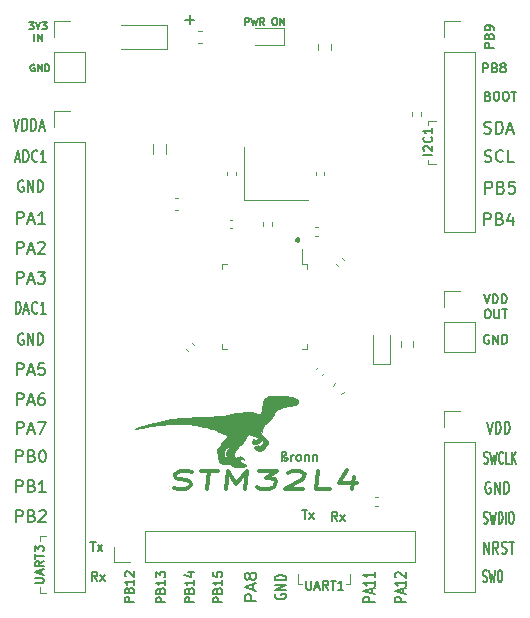
<source format=gbr>
%TF.GenerationSoftware,KiCad,Pcbnew,(5.1.10-1-10_14)*%
%TF.CreationDate,2022-01-24T14:54:24+11:00*%
%TF.ProjectId,STM32L431CBT6_BO,53544d33-324c-4343-9331-434254365f42,rev?*%
%TF.SameCoordinates,Original*%
%TF.FileFunction,Legend,Top*%
%TF.FilePolarity,Positive*%
%FSLAX46Y46*%
G04 Gerber Fmt 4.6, Leading zero omitted, Abs format (unit mm)*
G04 Created by KiCad (PCBNEW (5.1.10-1-10_14)) date 2022-01-24 14:54:24*
%MOMM*%
%LPD*%
G01*
G04 APERTURE LIST*
%ADD10C,0.150000*%
%ADD11C,0.375000*%
%ADD12C,0.120000*%
%ADD13C,0.010000*%
G04 APERTURE END LIST*
D10*
X164719047Y-36647428D02*
X165480952Y-36647428D01*
X165100000Y-37028380D02*
X165100000Y-36266476D01*
X172888857Y-73999285D02*
X172888857Y-73392142D01*
X172924571Y-73320714D01*
X172960285Y-73285000D01*
X173031714Y-73249285D01*
X173138857Y-73249285D01*
X173210285Y-73285000D01*
X173246000Y-73320714D01*
X173281714Y-73392142D01*
X173281714Y-73499285D01*
X173174571Y-73499285D01*
X173103142Y-73535000D01*
X173067428Y-73606428D01*
X173067428Y-73642142D01*
X173103142Y-73713571D01*
X173174571Y-73749285D01*
X173281714Y-73749285D01*
X173353142Y-73785000D01*
X173388857Y-73856428D01*
X173388857Y-73892142D01*
X173353142Y-73963571D01*
X173281714Y-73999285D01*
X173138857Y-73999285D01*
X173067428Y-73963571D01*
X173710285Y-73999285D02*
X173710285Y-73499285D01*
X173710285Y-73642142D02*
X173746000Y-73570714D01*
X173781714Y-73535000D01*
X173853142Y-73499285D01*
X173924571Y-73499285D01*
X174281714Y-73999285D02*
X174210285Y-73963571D01*
X174174571Y-73927857D01*
X174138857Y-73856428D01*
X174138857Y-73642142D01*
X174174571Y-73570714D01*
X174210285Y-73535000D01*
X174281714Y-73499285D01*
X174388857Y-73499285D01*
X174460285Y-73535000D01*
X174496000Y-73570714D01*
X174531714Y-73642142D01*
X174531714Y-73856428D01*
X174496000Y-73927857D01*
X174460285Y-73963571D01*
X174388857Y-73999285D01*
X174281714Y-73999285D01*
X174853142Y-73499285D02*
X174853142Y-73999285D01*
X174853142Y-73570714D02*
X174888857Y-73535000D01*
X174960285Y-73499285D01*
X175067428Y-73499285D01*
X175138857Y-73535000D01*
X175174571Y-73606428D01*
X175174571Y-73999285D01*
X175531714Y-73499285D02*
X175531714Y-73999285D01*
X175531714Y-73570714D02*
X175567428Y-73535000D01*
X175638857Y-73499285D01*
X175746000Y-73499285D01*
X175817428Y-73535000D01*
X175853142Y-73606428D01*
X175853142Y-73999285D01*
D11*
X163745191Y-76299142D02*
X164093406Y-76370571D01*
X164688644Y-76370571D01*
X164935668Y-76299142D01*
X165063644Y-76227714D01*
X165200549Y-76084857D01*
X165218406Y-75942000D01*
X165117215Y-75799142D01*
X165007096Y-75727714D01*
X164777930Y-75656285D01*
X164310668Y-75584857D01*
X164081501Y-75513428D01*
X163971382Y-75442000D01*
X163870191Y-75299142D01*
X163888049Y-75156285D01*
X164024953Y-75013428D01*
X164152930Y-74942000D01*
X164399953Y-74870571D01*
X164995191Y-74870571D01*
X165343406Y-74942000D01*
X166066620Y-74870571D02*
X167495191Y-74870571D01*
X166593406Y-76370571D02*
X166780906Y-74870571D01*
X168141025Y-76370571D02*
X168328525Y-74870571D01*
X169027930Y-75942000D01*
X169995191Y-74870571D01*
X169807691Y-76370571D01*
X170947572Y-74870571D02*
X172495191Y-74870571D01*
X171590430Y-75442000D01*
X171947572Y-75442000D01*
X172176739Y-75513428D01*
X172286858Y-75584857D01*
X172388049Y-75727714D01*
X172343406Y-76084857D01*
X172206501Y-76227714D01*
X172078525Y-76299142D01*
X171831501Y-76370571D01*
X171117215Y-76370571D01*
X170888049Y-76299142D01*
X170777930Y-76227714D01*
X173429715Y-75013428D02*
X173557691Y-74942000D01*
X173804715Y-74870571D01*
X174399953Y-74870571D01*
X174629120Y-74942000D01*
X174739239Y-75013428D01*
X174840430Y-75156285D01*
X174822572Y-75299142D01*
X174676739Y-75513428D01*
X173141025Y-76370571D01*
X174688644Y-76370571D01*
X176950549Y-76370571D02*
X175760072Y-76370571D01*
X175947572Y-74870571D01*
X178980311Y-75370571D02*
X178855311Y-76370571D01*
X178456501Y-74799142D02*
X177727334Y-75870571D01*
X179274953Y-75870571D01*
D10*
X174148761Y-55221190D02*
X174148761Y-55411666D01*
X174196380Y-55411666D02*
X174196380Y-55221190D01*
X174244000Y-55173571D02*
X174244000Y-55459285D01*
X174291619Y-55411666D02*
X174291619Y-55221190D01*
X174339238Y-55221190D02*
X174339238Y-55411666D01*
X174148761Y-55364047D02*
X174244000Y-55459285D01*
X174339238Y-55364047D01*
X174148761Y-55268809D02*
X174244000Y-55173571D01*
X174339238Y-55268809D01*
X174148761Y-55221190D02*
X174244000Y-55173571D01*
X174339238Y-55221190D01*
X174386857Y-55316428D01*
X174339238Y-55411666D01*
X174244000Y-55459285D01*
X174148761Y-55411666D01*
X174101142Y-55316428D01*
X174148761Y-55221190D01*
X169792857Y-37101428D02*
X169792857Y-36501428D01*
X170021428Y-36501428D01*
X170078571Y-36530000D01*
X170107142Y-36558571D01*
X170135714Y-36615714D01*
X170135714Y-36701428D01*
X170107142Y-36758571D01*
X170078571Y-36787142D01*
X170021428Y-36815714D01*
X169792857Y-36815714D01*
X170335714Y-36501428D02*
X170478571Y-37101428D01*
X170592857Y-36672857D01*
X170707142Y-37101428D01*
X170850000Y-36501428D01*
X171421428Y-37101428D02*
X171221428Y-36815714D01*
X171078571Y-37101428D02*
X171078571Y-36501428D01*
X171307142Y-36501428D01*
X171364285Y-36530000D01*
X171392857Y-36558571D01*
X171421428Y-36615714D01*
X171421428Y-36701428D01*
X171392857Y-36758571D01*
X171364285Y-36787142D01*
X171307142Y-36815714D01*
X171078571Y-36815714D01*
X172250000Y-36501428D02*
X172364285Y-36501428D01*
X172421428Y-36530000D01*
X172478571Y-36587142D01*
X172507142Y-36701428D01*
X172507142Y-36901428D01*
X172478571Y-37015714D01*
X172421428Y-37072857D01*
X172364285Y-37101428D01*
X172250000Y-37101428D01*
X172192857Y-37072857D01*
X172135714Y-37015714D01*
X172107142Y-36901428D01*
X172107142Y-36701428D01*
X172135714Y-36587142D01*
X172192857Y-36530000D01*
X172250000Y-36501428D01*
X172764285Y-37101428D02*
X172764285Y-36501428D01*
X173107142Y-37101428D01*
X173107142Y-36501428D01*
X151942857Y-40467000D02*
X151885714Y-40438428D01*
X151800000Y-40438428D01*
X151714285Y-40467000D01*
X151657142Y-40524142D01*
X151628571Y-40581285D01*
X151600000Y-40695571D01*
X151600000Y-40781285D01*
X151628571Y-40895571D01*
X151657142Y-40952714D01*
X151714285Y-41009857D01*
X151800000Y-41038428D01*
X151857142Y-41038428D01*
X151942857Y-41009857D01*
X151971428Y-40981285D01*
X151971428Y-40781285D01*
X151857142Y-40781285D01*
X152228571Y-41038428D02*
X152228571Y-40438428D01*
X152571428Y-41038428D01*
X152571428Y-40438428D01*
X152857142Y-41038428D02*
X152857142Y-40438428D01*
X153000000Y-40438428D01*
X153085714Y-40467000D01*
X153142857Y-40524142D01*
X153171428Y-40581285D01*
X153200000Y-40695571D01*
X153200000Y-40781285D01*
X153171428Y-40895571D01*
X153142857Y-40952714D01*
X153085714Y-41009857D01*
X153000000Y-41038428D01*
X152857142Y-41038428D01*
X151958714Y-38498428D02*
X151958714Y-37898428D01*
X152244428Y-38498428D02*
X152244428Y-37898428D01*
X152587285Y-38498428D01*
X152587285Y-37898428D01*
X151530142Y-36882428D02*
X151901571Y-36882428D01*
X151701571Y-37111000D01*
X151787285Y-37111000D01*
X151844428Y-37139571D01*
X151873000Y-37168142D01*
X151901571Y-37225285D01*
X151901571Y-37368142D01*
X151873000Y-37425285D01*
X151844428Y-37453857D01*
X151787285Y-37482428D01*
X151615857Y-37482428D01*
X151558714Y-37453857D01*
X151530142Y-37425285D01*
X152073000Y-36882428D02*
X152273000Y-37482428D01*
X152473000Y-36882428D01*
X152615857Y-36882428D02*
X152987285Y-36882428D01*
X152787285Y-37111000D01*
X152873000Y-37111000D01*
X152930142Y-37139571D01*
X152958714Y-37168142D01*
X152987285Y-37225285D01*
X152987285Y-37368142D01*
X152958714Y-37425285D01*
X152930142Y-37453857D01*
X152873000Y-37482428D01*
X152701571Y-37482428D01*
X152644428Y-37453857D01*
X152615857Y-37425285D01*
X190839285Y-39028571D02*
X190089285Y-39028571D01*
X190089285Y-38742857D01*
X190125000Y-38671428D01*
X190160714Y-38635714D01*
X190232142Y-38600000D01*
X190339285Y-38600000D01*
X190410714Y-38635714D01*
X190446428Y-38671428D01*
X190482142Y-38742857D01*
X190482142Y-39028571D01*
X190446428Y-38028571D02*
X190482142Y-37921428D01*
X190517857Y-37885714D01*
X190589285Y-37850000D01*
X190696428Y-37850000D01*
X190767857Y-37885714D01*
X190803571Y-37921428D01*
X190839285Y-37992857D01*
X190839285Y-38278571D01*
X190089285Y-38278571D01*
X190089285Y-38028571D01*
X190125000Y-37957142D01*
X190160714Y-37921428D01*
X190232142Y-37885714D01*
X190303571Y-37885714D01*
X190375000Y-37921428D01*
X190410714Y-37957142D01*
X190446428Y-38028571D01*
X190446428Y-38278571D01*
X190839285Y-37492857D02*
X190839285Y-37350000D01*
X190803571Y-37278571D01*
X190767857Y-37242857D01*
X190660714Y-37171428D01*
X190517857Y-37135714D01*
X190232142Y-37135714D01*
X190160714Y-37171428D01*
X190125000Y-37207142D01*
X190089285Y-37278571D01*
X190089285Y-37421428D01*
X190125000Y-37492857D01*
X190160714Y-37528571D01*
X190232142Y-37564285D01*
X190410714Y-37564285D01*
X190482142Y-37528571D01*
X190517857Y-37492857D01*
X190553571Y-37421428D01*
X190553571Y-37278571D01*
X190517857Y-37207142D01*
X190482142Y-37171428D01*
X190410714Y-37135714D01*
X189952428Y-41106285D02*
X189952428Y-40356285D01*
X190238142Y-40356285D01*
X190309571Y-40392000D01*
X190345285Y-40427714D01*
X190381000Y-40499142D01*
X190381000Y-40606285D01*
X190345285Y-40677714D01*
X190309571Y-40713428D01*
X190238142Y-40749142D01*
X189952428Y-40749142D01*
X190952428Y-40713428D02*
X191059571Y-40749142D01*
X191095285Y-40784857D01*
X191131000Y-40856285D01*
X191131000Y-40963428D01*
X191095285Y-41034857D01*
X191059571Y-41070571D01*
X190988142Y-41106285D01*
X190702428Y-41106285D01*
X190702428Y-40356285D01*
X190952428Y-40356285D01*
X191023857Y-40392000D01*
X191059571Y-40427714D01*
X191095285Y-40499142D01*
X191095285Y-40570571D01*
X191059571Y-40642000D01*
X191023857Y-40677714D01*
X190952428Y-40713428D01*
X190702428Y-40713428D01*
X191559571Y-40677714D02*
X191488142Y-40642000D01*
X191452428Y-40606285D01*
X191416714Y-40534857D01*
X191416714Y-40499142D01*
X191452428Y-40427714D01*
X191488142Y-40392000D01*
X191559571Y-40356285D01*
X191702428Y-40356285D01*
X191773857Y-40392000D01*
X191809571Y-40427714D01*
X191845285Y-40499142D01*
X191845285Y-40534857D01*
X191809571Y-40606285D01*
X191773857Y-40642000D01*
X191702428Y-40677714D01*
X191559571Y-40677714D01*
X191488142Y-40713428D01*
X191452428Y-40749142D01*
X191416714Y-40820571D01*
X191416714Y-40963428D01*
X191452428Y-41034857D01*
X191488142Y-41070571D01*
X191559571Y-41106285D01*
X191702428Y-41106285D01*
X191773857Y-41070571D01*
X191809571Y-41034857D01*
X191845285Y-40963428D01*
X191845285Y-40820571D01*
X191809571Y-40749142D01*
X191773857Y-40713428D01*
X191702428Y-40677714D01*
X190371142Y-43126428D02*
X190478285Y-43162142D01*
X190514000Y-43197857D01*
X190549714Y-43269285D01*
X190549714Y-43376428D01*
X190514000Y-43447857D01*
X190478285Y-43483571D01*
X190406857Y-43519285D01*
X190121142Y-43519285D01*
X190121142Y-42769285D01*
X190371142Y-42769285D01*
X190442571Y-42805000D01*
X190478285Y-42840714D01*
X190514000Y-42912142D01*
X190514000Y-42983571D01*
X190478285Y-43055000D01*
X190442571Y-43090714D01*
X190371142Y-43126428D01*
X190121142Y-43126428D01*
X191014000Y-42769285D02*
X191156857Y-42769285D01*
X191228285Y-42805000D01*
X191299714Y-42876428D01*
X191335428Y-43019285D01*
X191335428Y-43269285D01*
X191299714Y-43412142D01*
X191228285Y-43483571D01*
X191156857Y-43519285D01*
X191014000Y-43519285D01*
X190942571Y-43483571D01*
X190871142Y-43412142D01*
X190835428Y-43269285D01*
X190835428Y-43019285D01*
X190871142Y-42876428D01*
X190942571Y-42805000D01*
X191014000Y-42769285D01*
X191799714Y-42769285D02*
X191942571Y-42769285D01*
X192014000Y-42805000D01*
X192085428Y-42876428D01*
X192121142Y-43019285D01*
X192121142Y-43269285D01*
X192085428Y-43412142D01*
X192014000Y-43483571D01*
X191942571Y-43519285D01*
X191799714Y-43519285D01*
X191728285Y-43483571D01*
X191656857Y-43412142D01*
X191621142Y-43269285D01*
X191621142Y-43019285D01*
X191656857Y-42876428D01*
X191728285Y-42805000D01*
X191799714Y-42769285D01*
X192335428Y-42769285D02*
X192764000Y-42769285D01*
X192549714Y-43519285D02*
X192549714Y-42769285D01*
D12*
X185293000Y-48895000D02*
X185928000Y-48895000D01*
X185293000Y-48514000D02*
X185293000Y-48895000D01*
X185293000Y-45212000D02*
X185928000Y-45212000D01*
X185293000Y-45593000D02*
X185293000Y-45212000D01*
D10*
X185632285Y-48079285D02*
X184882285Y-48079285D01*
X184953714Y-47757857D02*
X184918000Y-47722142D01*
X184882285Y-47650714D01*
X184882285Y-47472142D01*
X184918000Y-47400714D01*
X184953714Y-47365000D01*
X185025142Y-47329285D01*
X185096571Y-47329285D01*
X185203714Y-47365000D01*
X185632285Y-47793571D01*
X185632285Y-47329285D01*
X185560857Y-46579285D02*
X185596571Y-46615000D01*
X185632285Y-46722142D01*
X185632285Y-46793571D01*
X185596571Y-46900714D01*
X185525142Y-46972142D01*
X185453714Y-47007857D01*
X185310857Y-47043571D01*
X185203714Y-47043571D01*
X185060857Y-47007857D01*
X184989428Y-46972142D01*
X184918000Y-46900714D01*
X184882285Y-46793571D01*
X184882285Y-46722142D01*
X184918000Y-46615000D01*
X184953714Y-46579285D01*
X185632285Y-45865000D02*
X185632285Y-46293571D01*
X185632285Y-46079285D02*
X184882285Y-46079285D01*
X184989428Y-46150714D01*
X185060857Y-46222142D01*
X185096571Y-46293571D01*
X190047714Y-46251761D02*
X190190571Y-46299380D01*
X190428666Y-46299380D01*
X190523904Y-46251761D01*
X190571523Y-46204142D01*
X190619142Y-46108904D01*
X190619142Y-46013666D01*
X190571523Y-45918428D01*
X190523904Y-45870809D01*
X190428666Y-45823190D01*
X190238190Y-45775571D01*
X190142952Y-45727952D01*
X190095333Y-45680333D01*
X190047714Y-45585095D01*
X190047714Y-45489857D01*
X190095333Y-45394619D01*
X190142952Y-45347000D01*
X190238190Y-45299380D01*
X190476285Y-45299380D01*
X190619142Y-45347000D01*
X191047714Y-46299380D02*
X191047714Y-45299380D01*
X191285809Y-45299380D01*
X191428666Y-45347000D01*
X191523904Y-45442238D01*
X191571523Y-45537476D01*
X191619142Y-45727952D01*
X191619142Y-45870809D01*
X191571523Y-46061285D01*
X191523904Y-46156523D01*
X191428666Y-46251761D01*
X191285809Y-46299380D01*
X191047714Y-46299380D01*
X192000095Y-46013666D02*
X192476285Y-46013666D01*
X191904857Y-46299380D02*
X192238190Y-45299380D01*
X192571523Y-46299380D01*
X190071523Y-48664761D02*
X190214380Y-48712380D01*
X190452476Y-48712380D01*
X190547714Y-48664761D01*
X190595333Y-48617142D01*
X190642952Y-48521904D01*
X190642952Y-48426666D01*
X190595333Y-48331428D01*
X190547714Y-48283809D01*
X190452476Y-48236190D01*
X190262000Y-48188571D01*
X190166761Y-48140952D01*
X190119142Y-48093333D01*
X190071523Y-47998095D01*
X190071523Y-47902857D01*
X190119142Y-47807619D01*
X190166761Y-47760000D01*
X190262000Y-47712380D01*
X190500095Y-47712380D01*
X190642952Y-47760000D01*
X191642952Y-48617142D02*
X191595333Y-48664761D01*
X191452476Y-48712380D01*
X191357238Y-48712380D01*
X191214380Y-48664761D01*
X191119142Y-48569523D01*
X191071523Y-48474285D01*
X191023904Y-48283809D01*
X191023904Y-48140952D01*
X191071523Y-47950476D01*
X191119142Y-47855238D01*
X191214380Y-47760000D01*
X191357238Y-47712380D01*
X191452476Y-47712380D01*
X191595333Y-47760000D01*
X191642952Y-47807619D01*
X192547714Y-48712380D02*
X192071523Y-48712380D01*
X192071523Y-47712380D01*
X190150904Y-51379380D02*
X190150904Y-50379380D01*
X190531857Y-50379380D01*
X190627095Y-50427000D01*
X190674714Y-50474619D01*
X190722333Y-50569857D01*
X190722333Y-50712714D01*
X190674714Y-50807952D01*
X190627095Y-50855571D01*
X190531857Y-50903190D01*
X190150904Y-50903190D01*
X191484238Y-50855571D02*
X191627095Y-50903190D01*
X191674714Y-50950809D01*
X191722333Y-51046047D01*
X191722333Y-51188904D01*
X191674714Y-51284142D01*
X191627095Y-51331761D01*
X191531857Y-51379380D01*
X191150904Y-51379380D01*
X191150904Y-50379380D01*
X191484238Y-50379380D01*
X191579476Y-50427000D01*
X191627095Y-50474619D01*
X191674714Y-50569857D01*
X191674714Y-50665095D01*
X191627095Y-50760333D01*
X191579476Y-50807952D01*
X191484238Y-50855571D01*
X191150904Y-50855571D01*
X192627095Y-50379380D02*
X192150904Y-50379380D01*
X192103285Y-50855571D01*
X192150904Y-50807952D01*
X192246142Y-50760333D01*
X192484238Y-50760333D01*
X192579476Y-50807952D01*
X192627095Y-50855571D01*
X192674714Y-50950809D01*
X192674714Y-51188904D01*
X192627095Y-51284142D01*
X192579476Y-51331761D01*
X192484238Y-51379380D01*
X192246142Y-51379380D01*
X192150904Y-51331761D01*
X192103285Y-51284142D01*
X190023904Y-54046380D02*
X190023904Y-53046380D01*
X190404857Y-53046380D01*
X190500095Y-53094000D01*
X190547714Y-53141619D01*
X190595333Y-53236857D01*
X190595333Y-53379714D01*
X190547714Y-53474952D01*
X190500095Y-53522571D01*
X190404857Y-53570190D01*
X190023904Y-53570190D01*
X191357238Y-53522571D02*
X191500095Y-53570190D01*
X191547714Y-53617809D01*
X191595333Y-53713047D01*
X191595333Y-53855904D01*
X191547714Y-53951142D01*
X191500095Y-53998761D01*
X191404857Y-54046380D01*
X191023904Y-54046380D01*
X191023904Y-53046380D01*
X191357238Y-53046380D01*
X191452476Y-53094000D01*
X191500095Y-53141619D01*
X191547714Y-53236857D01*
X191547714Y-53332095D01*
X191500095Y-53427333D01*
X191452476Y-53474952D01*
X191357238Y-53522571D01*
X191023904Y-53522571D01*
X192452476Y-53379714D02*
X192452476Y-54046380D01*
X192214380Y-52998761D02*
X191976285Y-53713047D01*
X192595333Y-53713047D01*
X190436571Y-63379000D02*
X190365142Y-63343285D01*
X190258000Y-63343285D01*
X190150857Y-63379000D01*
X190079428Y-63450428D01*
X190043714Y-63521857D01*
X190008000Y-63664714D01*
X190008000Y-63771857D01*
X190043714Y-63914714D01*
X190079428Y-63986142D01*
X190150857Y-64057571D01*
X190258000Y-64093285D01*
X190329428Y-64093285D01*
X190436571Y-64057571D01*
X190472285Y-64021857D01*
X190472285Y-63771857D01*
X190329428Y-63771857D01*
X190793714Y-64093285D02*
X190793714Y-63343285D01*
X191222285Y-64093285D01*
X191222285Y-63343285D01*
X191579428Y-64093285D02*
X191579428Y-63343285D01*
X191758000Y-63343285D01*
X191865142Y-63379000D01*
X191936571Y-63450428D01*
X191972285Y-63521857D01*
X192008000Y-63664714D01*
X192008000Y-63771857D01*
X191972285Y-63914714D01*
X191936571Y-63986142D01*
X191865142Y-64057571D01*
X191758000Y-64093285D01*
X191579428Y-64093285D01*
X190008000Y-59911785D02*
X190258000Y-60661785D01*
X190508000Y-59911785D01*
X190758000Y-60661785D02*
X190758000Y-59911785D01*
X190936571Y-59911785D01*
X191043714Y-59947500D01*
X191115142Y-60018928D01*
X191150857Y-60090357D01*
X191186571Y-60233214D01*
X191186571Y-60340357D01*
X191150857Y-60483214D01*
X191115142Y-60554642D01*
X191043714Y-60626071D01*
X190936571Y-60661785D01*
X190758000Y-60661785D01*
X191508000Y-60661785D02*
X191508000Y-59911785D01*
X191686571Y-59911785D01*
X191793714Y-59947500D01*
X191865142Y-60018928D01*
X191900857Y-60090357D01*
X191936571Y-60233214D01*
X191936571Y-60340357D01*
X191900857Y-60483214D01*
X191865142Y-60554642D01*
X191793714Y-60626071D01*
X191686571Y-60661785D01*
X191508000Y-60661785D01*
X190258000Y-61186785D02*
X190400857Y-61186785D01*
X190472285Y-61222500D01*
X190543714Y-61293928D01*
X190579428Y-61436785D01*
X190579428Y-61686785D01*
X190543714Y-61829642D01*
X190472285Y-61901071D01*
X190400857Y-61936785D01*
X190258000Y-61936785D01*
X190186571Y-61901071D01*
X190115142Y-61829642D01*
X190079428Y-61686785D01*
X190079428Y-61436785D01*
X190115142Y-61293928D01*
X190186571Y-61222500D01*
X190258000Y-61186785D01*
X190900857Y-61186785D02*
X190900857Y-61793928D01*
X190936571Y-61865357D01*
X190972285Y-61901071D01*
X191043714Y-61936785D01*
X191186571Y-61936785D01*
X191258000Y-61901071D01*
X191293714Y-61865357D01*
X191329428Y-61793928D01*
X191329428Y-61186785D01*
X191579428Y-61186785D02*
X192008000Y-61186785D01*
X191793714Y-61936785D02*
X191793714Y-61186785D01*
X189925428Y-84224761D02*
X190011142Y-84272380D01*
X190154000Y-84272380D01*
X190211142Y-84224761D01*
X190239714Y-84177142D01*
X190268285Y-84081904D01*
X190268285Y-83986666D01*
X190239714Y-83891428D01*
X190211142Y-83843809D01*
X190154000Y-83796190D01*
X190039714Y-83748571D01*
X189982571Y-83700952D01*
X189954000Y-83653333D01*
X189925428Y-83558095D01*
X189925428Y-83462857D01*
X189954000Y-83367619D01*
X189982571Y-83320000D01*
X190039714Y-83272380D01*
X190182571Y-83272380D01*
X190268285Y-83320000D01*
X190468285Y-83272380D02*
X190611142Y-84272380D01*
X190725428Y-83558095D01*
X190839714Y-84272380D01*
X190982571Y-83272380D01*
X191325428Y-83272380D02*
X191439714Y-83272380D01*
X191496857Y-83320000D01*
X191554000Y-83415238D01*
X191582571Y-83605714D01*
X191582571Y-83939047D01*
X191554000Y-84129523D01*
X191496857Y-84224761D01*
X191439714Y-84272380D01*
X191325428Y-84272380D01*
X191268285Y-84224761D01*
X191211142Y-84129523D01*
X191182571Y-83939047D01*
X191182571Y-83605714D01*
X191211142Y-83415238D01*
X191268285Y-83320000D01*
X191325428Y-83272380D01*
X190029857Y-81859380D02*
X190029857Y-80859380D01*
X190458428Y-81859380D01*
X190458428Y-80859380D01*
X191244142Y-81859380D02*
X190994142Y-81383190D01*
X190815571Y-81859380D02*
X190815571Y-80859380D01*
X191101285Y-80859380D01*
X191172714Y-80907000D01*
X191208428Y-80954619D01*
X191244142Y-81049857D01*
X191244142Y-81192714D01*
X191208428Y-81287952D01*
X191172714Y-81335571D01*
X191101285Y-81383190D01*
X190815571Y-81383190D01*
X191529857Y-81811761D02*
X191637000Y-81859380D01*
X191815571Y-81859380D01*
X191887000Y-81811761D01*
X191922714Y-81764142D01*
X191958428Y-81668904D01*
X191958428Y-81573666D01*
X191922714Y-81478428D01*
X191887000Y-81430809D01*
X191815571Y-81383190D01*
X191672714Y-81335571D01*
X191601285Y-81287952D01*
X191565571Y-81240333D01*
X191529857Y-81145095D01*
X191529857Y-81049857D01*
X191565571Y-80954619D01*
X191601285Y-80907000D01*
X191672714Y-80859380D01*
X191851285Y-80859380D01*
X191958428Y-80907000D01*
X192172714Y-80859380D02*
X192601285Y-80859380D01*
X192387000Y-81859380D02*
X192387000Y-80859380D01*
X189990571Y-79271761D02*
X190076285Y-79319380D01*
X190219142Y-79319380D01*
X190276285Y-79271761D01*
X190304857Y-79224142D01*
X190333428Y-79128904D01*
X190333428Y-79033666D01*
X190304857Y-78938428D01*
X190276285Y-78890809D01*
X190219142Y-78843190D01*
X190104857Y-78795571D01*
X190047714Y-78747952D01*
X190019142Y-78700333D01*
X189990571Y-78605095D01*
X189990571Y-78509857D01*
X190019142Y-78414619D01*
X190047714Y-78367000D01*
X190104857Y-78319380D01*
X190247714Y-78319380D01*
X190333428Y-78367000D01*
X190533428Y-78319380D02*
X190676285Y-79319380D01*
X190790571Y-78605095D01*
X190904857Y-79319380D01*
X191047714Y-78319380D01*
X191276285Y-79319380D02*
X191276285Y-78319380D01*
X191419142Y-78319380D01*
X191504857Y-78367000D01*
X191562000Y-78462238D01*
X191590571Y-78557476D01*
X191619142Y-78747952D01*
X191619142Y-78890809D01*
X191590571Y-79081285D01*
X191562000Y-79176523D01*
X191504857Y-79271761D01*
X191419142Y-79319380D01*
X191276285Y-79319380D01*
X191876285Y-79319380D02*
X191876285Y-78319380D01*
X192276285Y-78319380D02*
X192390571Y-78319380D01*
X192447714Y-78367000D01*
X192504857Y-78462238D01*
X192533428Y-78652714D01*
X192533428Y-78986047D01*
X192504857Y-79176523D01*
X192447714Y-79271761D01*
X192390571Y-79319380D01*
X192276285Y-79319380D01*
X192219142Y-79271761D01*
X192162000Y-79176523D01*
X192133428Y-78986047D01*
X192133428Y-78652714D01*
X192162000Y-78462238D01*
X192219142Y-78367000D01*
X192276285Y-78319380D01*
X190563571Y-75827000D02*
X190492142Y-75779380D01*
X190385000Y-75779380D01*
X190277857Y-75827000D01*
X190206428Y-75922238D01*
X190170714Y-76017476D01*
X190135000Y-76207952D01*
X190135000Y-76350809D01*
X190170714Y-76541285D01*
X190206428Y-76636523D01*
X190277857Y-76731761D01*
X190385000Y-76779380D01*
X190456428Y-76779380D01*
X190563571Y-76731761D01*
X190599285Y-76684142D01*
X190599285Y-76350809D01*
X190456428Y-76350809D01*
X190920714Y-76779380D02*
X190920714Y-75779380D01*
X191349285Y-76779380D01*
X191349285Y-75779380D01*
X191706428Y-76779380D02*
X191706428Y-75779380D01*
X191885000Y-75779380D01*
X191992142Y-75827000D01*
X192063571Y-75922238D01*
X192099285Y-76017476D01*
X192135000Y-76207952D01*
X192135000Y-76350809D01*
X192099285Y-76541285D01*
X192063571Y-76636523D01*
X191992142Y-76731761D01*
X191885000Y-76779380D01*
X191706428Y-76779380D01*
X190031857Y-74191761D02*
X190117571Y-74239380D01*
X190260428Y-74239380D01*
X190317571Y-74191761D01*
X190346142Y-74144142D01*
X190374714Y-74048904D01*
X190374714Y-73953666D01*
X190346142Y-73858428D01*
X190317571Y-73810809D01*
X190260428Y-73763190D01*
X190146142Y-73715571D01*
X190089000Y-73667952D01*
X190060428Y-73620333D01*
X190031857Y-73525095D01*
X190031857Y-73429857D01*
X190060428Y-73334619D01*
X190089000Y-73287000D01*
X190146142Y-73239380D01*
X190289000Y-73239380D01*
X190374714Y-73287000D01*
X190574714Y-73239380D02*
X190717571Y-74239380D01*
X190831857Y-73525095D01*
X190946142Y-74239380D01*
X191089000Y-73239380D01*
X191660428Y-74144142D02*
X191631857Y-74191761D01*
X191546142Y-74239380D01*
X191489000Y-74239380D01*
X191403285Y-74191761D01*
X191346142Y-74096523D01*
X191317571Y-74001285D01*
X191289000Y-73810809D01*
X191289000Y-73667952D01*
X191317571Y-73477476D01*
X191346142Y-73382238D01*
X191403285Y-73287000D01*
X191489000Y-73239380D01*
X191546142Y-73239380D01*
X191631857Y-73287000D01*
X191660428Y-73334619D01*
X192203285Y-74239380D02*
X191917571Y-74239380D01*
X191917571Y-73239380D01*
X192403285Y-74239380D02*
X192403285Y-73239380D01*
X192746142Y-74239380D02*
X192489000Y-73667952D01*
X192746142Y-73239380D02*
X192403285Y-73810809D01*
X190262000Y-70699380D02*
X190512000Y-71699380D01*
X190762000Y-70699380D01*
X191012000Y-71699380D02*
X191012000Y-70699380D01*
X191190571Y-70699380D01*
X191297714Y-70747000D01*
X191369142Y-70842238D01*
X191404857Y-70937476D01*
X191440571Y-71127952D01*
X191440571Y-71270809D01*
X191404857Y-71461285D01*
X191369142Y-71556523D01*
X191297714Y-71651761D01*
X191190571Y-71699380D01*
X191012000Y-71699380D01*
X191762000Y-71699380D02*
X191762000Y-70699380D01*
X191940571Y-70699380D01*
X192047714Y-70747000D01*
X192119142Y-70842238D01*
X192154857Y-70937476D01*
X192190571Y-71127952D01*
X192190571Y-71270809D01*
X192154857Y-71461285D01*
X192119142Y-71556523D01*
X192047714Y-71651761D01*
X191940571Y-71699380D01*
X191762000Y-71699380D01*
X183459380Y-85941142D02*
X182459380Y-85941142D01*
X182459380Y-85655428D01*
X182507000Y-85584000D01*
X182554619Y-85548285D01*
X182649857Y-85512571D01*
X182792714Y-85512571D01*
X182887952Y-85548285D01*
X182935571Y-85584000D01*
X182983190Y-85655428D01*
X182983190Y-85941142D01*
X183173666Y-85226857D02*
X183173666Y-84869714D01*
X183459380Y-85298285D02*
X182459380Y-85048285D01*
X183459380Y-84798285D01*
X183459380Y-84155428D02*
X183459380Y-84584000D01*
X183459380Y-84369714D02*
X182459380Y-84369714D01*
X182602238Y-84441142D01*
X182697476Y-84512571D01*
X182745095Y-84584000D01*
X182554619Y-83869714D02*
X182507000Y-83834000D01*
X182459380Y-83762571D01*
X182459380Y-83584000D01*
X182507000Y-83512571D01*
X182554619Y-83476857D01*
X182649857Y-83441142D01*
X182745095Y-83441142D01*
X182887952Y-83476857D01*
X183459380Y-83905428D01*
X183459380Y-83441142D01*
X180792380Y-85941142D02*
X179792380Y-85941142D01*
X179792380Y-85655428D01*
X179840000Y-85584000D01*
X179887619Y-85548285D01*
X179982857Y-85512571D01*
X180125714Y-85512571D01*
X180220952Y-85548285D01*
X180268571Y-85584000D01*
X180316190Y-85655428D01*
X180316190Y-85941142D01*
X180506666Y-85226857D02*
X180506666Y-84869714D01*
X180792380Y-85298285D02*
X179792380Y-85048285D01*
X180792380Y-84798285D01*
X180792380Y-84155428D02*
X180792380Y-84584000D01*
X180792380Y-84369714D02*
X179792380Y-84369714D01*
X179935238Y-84441142D01*
X180030476Y-84512571D01*
X180078095Y-84584000D01*
X180792380Y-83441142D02*
X180792380Y-83869714D01*
X180792380Y-83655428D02*
X179792380Y-83655428D01*
X179935238Y-83726857D01*
X180030476Y-83798285D01*
X180078095Y-83869714D01*
X177601571Y-79079285D02*
X177351571Y-78722142D01*
X177173000Y-79079285D02*
X177173000Y-78329285D01*
X177458714Y-78329285D01*
X177530142Y-78365000D01*
X177565857Y-78400714D01*
X177601571Y-78472142D01*
X177601571Y-78579285D01*
X177565857Y-78650714D01*
X177530142Y-78686428D01*
X177458714Y-78722142D01*
X177173000Y-78722142D01*
X177851571Y-79079285D02*
X178244428Y-78579285D01*
X177851571Y-78579285D02*
X178244428Y-79079285D01*
X174615142Y-78202285D02*
X175043714Y-78202285D01*
X174829428Y-78952285D02*
X174829428Y-78202285D01*
X175222285Y-78952285D02*
X175615142Y-78452285D01*
X175222285Y-78452285D02*
X175615142Y-78952285D01*
D12*
X178689000Y-84455000D02*
X178689000Y-83566000D01*
X178308000Y-84455000D02*
X178689000Y-84455000D01*
X174244000Y-84455000D02*
X174244000Y-83566000D01*
X174625000Y-84455000D02*
X174244000Y-84455000D01*
D10*
X174976428Y-84171285D02*
X174976428Y-84778428D01*
X175012142Y-84849857D01*
X175047857Y-84885571D01*
X175119285Y-84921285D01*
X175262142Y-84921285D01*
X175333571Y-84885571D01*
X175369285Y-84849857D01*
X175405000Y-84778428D01*
X175405000Y-84171285D01*
X175726428Y-84707000D02*
X176083571Y-84707000D01*
X175655000Y-84921285D02*
X175905000Y-84171285D01*
X176155000Y-84921285D01*
X176833571Y-84921285D02*
X176583571Y-84564142D01*
X176405000Y-84921285D02*
X176405000Y-84171285D01*
X176690714Y-84171285D01*
X176762142Y-84207000D01*
X176797857Y-84242714D01*
X176833571Y-84314142D01*
X176833571Y-84421285D01*
X176797857Y-84492714D01*
X176762142Y-84528428D01*
X176690714Y-84564142D01*
X176405000Y-84564142D01*
X177047857Y-84171285D02*
X177476428Y-84171285D01*
X177262142Y-84921285D02*
X177262142Y-84171285D01*
X178119285Y-84921285D02*
X177690714Y-84921285D01*
X177905000Y-84921285D02*
X177905000Y-84171285D01*
X177833571Y-84278428D01*
X177762142Y-84349857D01*
X177690714Y-84385571D01*
D12*
X152400000Y-85217000D02*
X152908000Y-85217000D01*
X152400000Y-84963000D02*
X152400000Y-85217000D01*
X152400000Y-84709000D02*
X152400000Y-84963000D01*
X152400000Y-80391000D02*
X152908000Y-80391000D01*
X152400000Y-80772000D02*
X152400000Y-80391000D01*
D10*
X151989285Y-84357571D02*
X152596428Y-84357571D01*
X152667857Y-84321857D01*
X152703571Y-84286142D01*
X152739285Y-84214714D01*
X152739285Y-84071857D01*
X152703571Y-84000428D01*
X152667857Y-83964714D01*
X152596428Y-83929000D01*
X151989285Y-83929000D01*
X152525000Y-83607571D02*
X152525000Y-83250428D01*
X152739285Y-83679000D02*
X151989285Y-83429000D01*
X152739285Y-83179000D01*
X152739285Y-82500428D02*
X152382142Y-82750428D01*
X152739285Y-82929000D02*
X151989285Y-82929000D01*
X151989285Y-82643285D01*
X152025000Y-82571857D01*
X152060714Y-82536142D01*
X152132142Y-82500428D01*
X152239285Y-82500428D01*
X152310714Y-82536142D01*
X152346428Y-82571857D01*
X152382142Y-82643285D01*
X152382142Y-82929000D01*
X151989285Y-82286142D02*
X151989285Y-81857571D01*
X152739285Y-82071857D02*
X151989285Y-82071857D01*
X151989285Y-81679000D02*
X151989285Y-81214714D01*
X152275000Y-81464714D01*
X152275000Y-81357571D01*
X152310714Y-81286142D01*
X152346428Y-81250428D01*
X152417857Y-81214714D01*
X152596428Y-81214714D01*
X152667857Y-81250428D01*
X152703571Y-81286142D01*
X152739285Y-81357571D01*
X152739285Y-81571857D01*
X152703571Y-81643285D01*
X152667857Y-81679000D01*
X172347000Y-85280428D02*
X172299380Y-85351857D01*
X172299380Y-85459000D01*
X172347000Y-85566142D01*
X172442238Y-85637571D01*
X172537476Y-85673285D01*
X172727952Y-85709000D01*
X172870809Y-85709000D01*
X173061285Y-85673285D01*
X173156523Y-85637571D01*
X173251761Y-85566142D01*
X173299380Y-85459000D01*
X173299380Y-85387571D01*
X173251761Y-85280428D01*
X173204142Y-85244714D01*
X172870809Y-85244714D01*
X172870809Y-85387571D01*
X173299380Y-84923285D02*
X172299380Y-84923285D01*
X173299380Y-84494714D01*
X172299380Y-84494714D01*
X173299380Y-84137571D02*
X172299380Y-84137571D01*
X172299380Y-83959000D01*
X172347000Y-83851857D01*
X172442238Y-83780428D01*
X172537476Y-83744714D01*
X172727952Y-83709000D01*
X172870809Y-83709000D01*
X173061285Y-83744714D01*
X173156523Y-83780428D01*
X173251761Y-83851857D01*
X173299380Y-83959000D01*
X173299380Y-84137571D01*
X170759380Y-85875666D02*
X169759380Y-85875666D01*
X169759380Y-85494714D01*
X169807000Y-85399476D01*
X169854619Y-85351857D01*
X169949857Y-85304238D01*
X170092714Y-85304238D01*
X170187952Y-85351857D01*
X170235571Y-85399476D01*
X170283190Y-85494714D01*
X170283190Y-85875666D01*
X170473666Y-84923285D02*
X170473666Y-84447095D01*
X170759380Y-85018523D02*
X169759380Y-84685190D01*
X170759380Y-84351857D01*
X170187952Y-83875666D02*
X170140333Y-83970904D01*
X170092714Y-84018523D01*
X169997476Y-84066142D01*
X169949857Y-84066142D01*
X169854619Y-84018523D01*
X169807000Y-83970904D01*
X169759380Y-83875666D01*
X169759380Y-83685190D01*
X169807000Y-83589952D01*
X169854619Y-83542333D01*
X169949857Y-83494714D01*
X169997476Y-83494714D01*
X170092714Y-83542333D01*
X170140333Y-83589952D01*
X170187952Y-83685190D01*
X170187952Y-83875666D01*
X170235571Y-83970904D01*
X170283190Y-84018523D01*
X170378428Y-84066142D01*
X170568904Y-84066142D01*
X170664142Y-84018523D01*
X170711761Y-83970904D01*
X170759380Y-83875666D01*
X170759380Y-83685190D01*
X170711761Y-83589952D01*
X170664142Y-83542333D01*
X170568904Y-83494714D01*
X170378428Y-83494714D01*
X170283190Y-83542333D01*
X170235571Y-83589952D01*
X170187952Y-83685190D01*
X167849785Y-85994714D02*
X167099785Y-85994714D01*
X167099785Y-85709000D01*
X167135500Y-85637571D01*
X167171214Y-85601857D01*
X167242642Y-85566142D01*
X167349785Y-85566142D01*
X167421214Y-85601857D01*
X167456928Y-85637571D01*
X167492642Y-85709000D01*
X167492642Y-85994714D01*
X167456928Y-84994714D02*
X167492642Y-84887571D01*
X167528357Y-84851857D01*
X167599785Y-84816142D01*
X167706928Y-84816142D01*
X167778357Y-84851857D01*
X167814071Y-84887571D01*
X167849785Y-84959000D01*
X167849785Y-85244714D01*
X167099785Y-85244714D01*
X167099785Y-84994714D01*
X167135500Y-84923285D01*
X167171214Y-84887571D01*
X167242642Y-84851857D01*
X167314071Y-84851857D01*
X167385500Y-84887571D01*
X167421214Y-84923285D01*
X167456928Y-84994714D01*
X167456928Y-85244714D01*
X167849785Y-84101857D02*
X167849785Y-84530428D01*
X167849785Y-84316142D02*
X167099785Y-84316142D01*
X167206928Y-84387571D01*
X167278357Y-84459000D01*
X167314071Y-84530428D01*
X167099785Y-83423285D02*
X167099785Y-83780428D01*
X167456928Y-83816142D01*
X167421214Y-83780428D01*
X167385500Y-83709000D01*
X167385500Y-83530428D01*
X167421214Y-83459000D01*
X167456928Y-83423285D01*
X167528357Y-83387571D01*
X167706928Y-83387571D01*
X167778357Y-83423285D01*
X167814071Y-83459000D01*
X167849785Y-83530428D01*
X167849785Y-83709000D01*
X167814071Y-83780428D01*
X167778357Y-83816142D01*
X165439285Y-85994714D02*
X164689285Y-85994714D01*
X164689285Y-85709000D01*
X164725000Y-85637571D01*
X164760714Y-85601857D01*
X164832142Y-85566142D01*
X164939285Y-85566142D01*
X165010714Y-85601857D01*
X165046428Y-85637571D01*
X165082142Y-85709000D01*
X165082142Y-85994714D01*
X165046428Y-84994714D02*
X165082142Y-84887571D01*
X165117857Y-84851857D01*
X165189285Y-84816142D01*
X165296428Y-84816142D01*
X165367857Y-84851857D01*
X165403571Y-84887571D01*
X165439285Y-84959000D01*
X165439285Y-85244714D01*
X164689285Y-85244714D01*
X164689285Y-84994714D01*
X164725000Y-84923285D01*
X164760714Y-84887571D01*
X164832142Y-84851857D01*
X164903571Y-84851857D01*
X164975000Y-84887571D01*
X165010714Y-84923285D01*
X165046428Y-84994714D01*
X165046428Y-85244714D01*
X165439285Y-84101857D02*
X165439285Y-84530428D01*
X165439285Y-84316142D02*
X164689285Y-84316142D01*
X164796428Y-84387571D01*
X164867857Y-84459000D01*
X164903571Y-84530428D01*
X164939285Y-83459000D02*
X165439285Y-83459000D01*
X164653571Y-83637571D02*
X165189285Y-83816142D01*
X165189285Y-83351857D01*
X163026285Y-85994714D02*
X162276285Y-85994714D01*
X162276285Y-85709000D01*
X162312000Y-85637571D01*
X162347714Y-85601857D01*
X162419142Y-85566142D01*
X162526285Y-85566142D01*
X162597714Y-85601857D01*
X162633428Y-85637571D01*
X162669142Y-85709000D01*
X162669142Y-85994714D01*
X162633428Y-84994714D02*
X162669142Y-84887571D01*
X162704857Y-84851857D01*
X162776285Y-84816142D01*
X162883428Y-84816142D01*
X162954857Y-84851857D01*
X162990571Y-84887571D01*
X163026285Y-84959000D01*
X163026285Y-85244714D01*
X162276285Y-85244714D01*
X162276285Y-84994714D01*
X162312000Y-84923285D01*
X162347714Y-84887571D01*
X162419142Y-84851857D01*
X162490571Y-84851857D01*
X162562000Y-84887571D01*
X162597714Y-84923285D01*
X162633428Y-84994714D01*
X162633428Y-85244714D01*
X163026285Y-84101857D02*
X163026285Y-84530428D01*
X163026285Y-84316142D02*
X162276285Y-84316142D01*
X162383428Y-84387571D01*
X162454857Y-84459000D01*
X162490571Y-84530428D01*
X162276285Y-83851857D02*
X162276285Y-83387571D01*
X162562000Y-83637571D01*
X162562000Y-83530428D01*
X162597714Y-83459000D01*
X162633428Y-83423285D01*
X162704857Y-83387571D01*
X162883428Y-83387571D01*
X162954857Y-83423285D01*
X162990571Y-83459000D01*
X163026285Y-83530428D01*
X163026285Y-83744714D01*
X162990571Y-83816142D01*
X162954857Y-83851857D01*
X160359285Y-85956928D02*
X159609285Y-85956928D01*
X159609285Y-85671214D01*
X159645000Y-85599785D01*
X159680714Y-85564071D01*
X159752142Y-85528357D01*
X159859285Y-85528357D01*
X159930714Y-85564071D01*
X159966428Y-85599785D01*
X160002142Y-85671214D01*
X160002142Y-85956928D01*
X159966428Y-84956928D02*
X160002142Y-84849785D01*
X160037857Y-84814071D01*
X160109285Y-84778357D01*
X160216428Y-84778357D01*
X160287857Y-84814071D01*
X160323571Y-84849785D01*
X160359285Y-84921214D01*
X160359285Y-85206928D01*
X159609285Y-85206928D01*
X159609285Y-84956928D01*
X159645000Y-84885500D01*
X159680714Y-84849785D01*
X159752142Y-84814071D01*
X159823571Y-84814071D01*
X159895000Y-84849785D01*
X159930714Y-84885500D01*
X159966428Y-84956928D01*
X159966428Y-85206928D01*
X160359285Y-84064071D02*
X160359285Y-84492642D01*
X160359285Y-84278357D02*
X159609285Y-84278357D01*
X159716428Y-84349785D01*
X159787857Y-84421214D01*
X159823571Y-84492642D01*
X159680714Y-83778357D02*
X159645000Y-83742642D01*
X159609285Y-83671214D01*
X159609285Y-83492642D01*
X159645000Y-83421214D01*
X159680714Y-83385500D01*
X159752142Y-83349785D01*
X159823571Y-83349785D01*
X159930714Y-83385500D01*
X160359285Y-83814071D01*
X160359285Y-83349785D01*
X157281571Y-84159285D02*
X157031571Y-83802142D01*
X156853000Y-84159285D02*
X156853000Y-83409285D01*
X157138714Y-83409285D01*
X157210142Y-83445000D01*
X157245857Y-83480714D01*
X157281571Y-83552142D01*
X157281571Y-83659285D01*
X157245857Y-83730714D01*
X157210142Y-83766428D01*
X157138714Y-83802142D01*
X156853000Y-83802142D01*
X157531571Y-84159285D02*
X157924428Y-83659285D01*
X157531571Y-83659285D02*
X157924428Y-84159285D01*
X156708142Y-80869285D02*
X157136714Y-80869285D01*
X156922428Y-81619285D02*
X156922428Y-80869285D01*
X157315285Y-81619285D02*
X157708142Y-81119285D01*
X157315285Y-81119285D02*
X157708142Y-81619285D01*
X150399904Y-79192380D02*
X150399904Y-78192380D01*
X150780857Y-78192380D01*
X150876095Y-78240000D01*
X150923714Y-78287619D01*
X150971333Y-78382857D01*
X150971333Y-78525714D01*
X150923714Y-78620952D01*
X150876095Y-78668571D01*
X150780857Y-78716190D01*
X150399904Y-78716190D01*
X151733238Y-78668571D02*
X151876095Y-78716190D01*
X151923714Y-78763809D01*
X151971333Y-78859047D01*
X151971333Y-79001904D01*
X151923714Y-79097142D01*
X151876095Y-79144761D01*
X151780857Y-79192380D01*
X151399904Y-79192380D01*
X151399904Y-78192380D01*
X151733238Y-78192380D01*
X151828476Y-78240000D01*
X151876095Y-78287619D01*
X151923714Y-78382857D01*
X151923714Y-78478095D01*
X151876095Y-78573333D01*
X151828476Y-78620952D01*
X151733238Y-78668571D01*
X151399904Y-78668571D01*
X152352285Y-78287619D02*
X152399904Y-78240000D01*
X152495142Y-78192380D01*
X152733238Y-78192380D01*
X152828476Y-78240000D01*
X152876095Y-78287619D01*
X152923714Y-78382857D01*
X152923714Y-78478095D01*
X152876095Y-78620952D01*
X152304666Y-79192380D01*
X152923714Y-79192380D01*
X150399904Y-76652380D02*
X150399904Y-75652380D01*
X150780857Y-75652380D01*
X150876095Y-75700000D01*
X150923714Y-75747619D01*
X150971333Y-75842857D01*
X150971333Y-75985714D01*
X150923714Y-76080952D01*
X150876095Y-76128571D01*
X150780857Y-76176190D01*
X150399904Y-76176190D01*
X151733238Y-76128571D02*
X151876095Y-76176190D01*
X151923714Y-76223809D01*
X151971333Y-76319047D01*
X151971333Y-76461904D01*
X151923714Y-76557142D01*
X151876095Y-76604761D01*
X151780857Y-76652380D01*
X151399904Y-76652380D01*
X151399904Y-75652380D01*
X151733238Y-75652380D01*
X151828476Y-75700000D01*
X151876095Y-75747619D01*
X151923714Y-75842857D01*
X151923714Y-75938095D01*
X151876095Y-76033333D01*
X151828476Y-76080952D01*
X151733238Y-76128571D01*
X151399904Y-76128571D01*
X152923714Y-76652380D02*
X152352285Y-76652380D01*
X152638000Y-76652380D02*
X152638000Y-75652380D01*
X152542761Y-75795238D01*
X152447523Y-75890476D01*
X152352285Y-75938095D01*
X150399904Y-74112380D02*
X150399904Y-73112380D01*
X150780857Y-73112380D01*
X150876095Y-73160000D01*
X150923714Y-73207619D01*
X150971333Y-73302857D01*
X150971333Y-73445714D01*
X150923714Y-73540952D01*
X150876095Y-73588571D01*
X150780857Y-73636190D01*
X150399904Y-73636190D01*
X151733238Y-73588571D02*
X151876095Y-73636190D01*
X151923714Y-73683809D01*
X151971333Y-73779047D01*
X151971333Y-73921904D01*
X151923714Y-74017142D01*
X151876095Y-74064761D01*
X151780857Y-74112380D01*
X151399904Y-74112380D01*
X151399904Y-73112380D01*
X151733238Y-73112380D01*
X151828476Y-73160000D01*
X151876095Y-73207619D01*
X151923714Y-73302857D01*
X151923714Y-73398095D01*
X151876095Y-73493333D01*
X151828476Y-73540952D01*
X151733238Y-73588571D01*
X151399904Y-73588571D01*
X152590380Y-73112380D02*
X152685619Y-73112380D01*
X152780857Y-73160000D01*
X152828476Y-73207619D01*
X152876095Y-73302857D01*
X152923714Y-73493333D01*
X152923714Y-73731428D01*
X152876095Y-73921904D01*
X152828476Y-74017142D01*
X152780857Y-74064761D01*
X152685619Y-74112380D01*
X152590380Y-74112380D01*
X152495142Y-74064761D01*
X152447523Y-74017142D01*
X152399904Y-73921904D01*
X152352285Y-73731428D01*
X152352285Y-73493333D01*
X152399904Y-73302857D01*
X152447523Y-73207619D01*
X152495142Y-73160000D01*
X152590380Y-73112380D01*
X150471333Y-71699380D02*
X150471333Y-70699380D01*
X150852285Y-70699380D01*
X150947523Y-70747000D01*
X150995142Y-70794619D01*
X151042761Y-70889857D01*
X151042761Y-71032714D01*
X150995142Y-71127952D01*
X150947523Y-71175571D01*
X150852285Y-71223190D01*
X150471333Y-71223190D01*
X151423714Y-71413666D02*
X151899904Y-71413666D01*
X151328476Y-71699380D02*
X151661809Y-70699380D01*
X151995142Y-71699380D01*
X152233238Y-70699380D02*
X152899904Y-70699380D01*
X152471333Y-71699380D01*
X150471333Y-69286380D02*
X150471333Y-68286380D01*
X150852285Y-68286380D01*
X150947523Y-68334000D01*
X150995142Y-68381619D01*
X151042761Y-68476857D01*
X151042761Y-68619714D01*
X150995142Y-68714952D01*
X150947523Y-68762571D01*
X150852285Y-68810190D01*
X150471333Y-68810190D01*
X151423714Y-69000666D02*
X151899904Y-69000666D01*
X151328476Y-69286380D02*
X151661809Y-68286380D01*
X151995142Y-69286380D01*
X152757047Y-68286380D02*
X152566571Y-68286380D01*
X152471333Y-68334000D01*
X152423714Y-68381619D01*
X152328476Y-68524476D01*
X152280857Y-68714952D01*
X152280857Y-69095904D01*
X152328476Y-69191142D01*
X152376095Y-69238761D01*
X152471333Y-69286380D01*
X152661809Y-69286380D01*
X152757047Y-69238761D01*
X152804666Y-69191142D01*
X152852285Y-69095904D01*
X152852285Y-68857809D01*
X152804666Y-68762571D01*
X152757047Y-68714952D01*
X152661809Y-68667333D01*
X152471333Y-68667333D01*
X152376095Y-68714952D01*
X152328476Y-68762571D01*
X152280857Y-68857809D01*
X150471333Y-66746380D02*
X150471333Y-65746380D01*
X150852285Y-65746380D01*
X150947523Y-65794000D01*
X150995142Y-65841619D01*
X151042761Y-65936857D01*
X151042761Y-66079714D01*
X150995142Y-66174952D01*
X150947523Y-66222571D01*
X150852285Y-66270190D01*
X150471333Y-66270190D01*
X151423714Y-66460666D02*
X151899904Y-66460666D01*
X151328476Y-66746380D02*
X151661809Y-65746380D01*
X151995142Y-66746380D01*
X152804666Y-65746380D02*
X152328476Y-65746380D01*
X152280857Y-66222571D01*
X152328476Y-66174952D01*
X152423714Y-66127333D01*
X152661809Y-66127333D01*
X152757047Y-66174952D01*
X152804666Y-66222571D01*
X152852285Y-66317809D01*
X152852285Y-66555904D01*
X152804666Y-66651142D01*
X152757047Y-66698761D01*
X152661809Y-66746380D01*
X152423714Y-66746380D01*
X152328476Y-66698761D01*
X152280857Y-66651142D01*
X151028476Y-63254000D02*
X150952285Y-63206380D01*
X150838000Y-63206380D01*
X150723714Y-63254000D01*
X150647523Y-63349238D01*
X150609428Y-63444476D01*
X150571333Y-63634952D01*
X150571333Y-63777809D01*
X150609428Y-63968285D01*
X150647523Y-64063523D01*
X150723714Y-64158761D01*
X150838000Y-64206380D01*
X150914190Y-64206380D01*
X151028476Y-64158761D01*
X151066571Y-64111142D01*
X151066571Y-63777809D01*
X150914190Y-63777809D01*
X151409428Y-64206380D02*
X151409428Y-63206380D01*
X151866571Y-64206380D01*
X151866571Y-63206380D01*
X152247523Y-64206380D02*
X152247523Y-63206380D01*
X152438000Y-63206380D01*
X152552285Y-63254000D01*
X152628476Y-63349238D01*
X152666571Y-63444476D01*
X152704666Y-63634952D01*
X152704666Y-63777809D01*
X152666571Y-63968285D01*
X152628476Y-64063523D01*
X152552285Y-64158761D01*
X152438000Y-64206380D01*
X152247523Y-64206380D01*
X150352285Y-48426666D02*
X150709428Y-48426666D01*
X150280857Y-48712380D02*
X150530857Y-47712380D01*
X150780857Y-48712380D01*
X151030857Y-48712380D02*
X151030857Y-47712380D01*
X151209428Y-47712380D01*
X151316571Y-47760000D01*
X151388000Y-47855238D01*
X151423714Y-47950476D01*
X151459428Y-48140952D01*
X151459428Y-48283809D01*
X151423714Y-48474285D01*
X151388000Y-48569523D01*
X151316571Y-48664761D01*
X151209428Y-48712380D01*
X151030857Y-48712380D01*
X152209428Y-48617142D02*
X152173714Y-48664761D01*
X152066571Y-48712380D01*
X151995142Y-48712380D01*
X151888000Y-48664761D01*
X151816571Y-48569523D01*
X151780857Y-48474285D01*
X151745142Y-48283809D01*
X151745142Y-48140952D01*
X151780857Y-47950476D01*
X151816571Y-47855238D01*
X151888000Y-47760000D01*
X151995142Y-47712380D01*
X152066571Y-47712380D01*
X152173714Y-47760000D01*
X152209428Y-47807619D01*
X152923714Y-48712380D02*
X152495142Y-48712380D01*
X152709428Y-48712380D02*
X152709428Y-47712380D01*
X152638000Y-47855238D01*
X152566571Y-47950476D01*
X152495142Y-47998095D01*
X150388000Y-61539380D02*
X150388000Y-60539380D01*
X150566571Y-60539380D01*
X150673714Y-60587000D01*
X150745142Y-60682238D01*
X150780857Y-60777476D01*
X150816571Y-60967952D01*
X150816571Y-61110809D01*
X150780857Y-61301285D01*
X150745142Y-61396523D01*
X150673714Y-61491761D01*
X150566571Y-61539380D01*
X150388000Y-61539380D01*
X151102285Y-61253666D02*
X151459428Y-61253666D01*
X151030857Y-61539380D02*
X151280857Y-60539380D01*
X151530857Y-61539380D01*
X152209428Y-61444142D02*
X152173714Y-61491761D01*
X152066571Y-61539380D01*
X151995142Y-61539380D01*
X151888000Y-61491761D01*
X151816571Y-61396523D01*
X151780857Y-61301285D01*
X151745142Y-61110809D01*
X151745142Y-60967952D01*
X151780857Y-60777476D01*
X151816571Y-60682238D01*
X151888000Y-60587000D01*
X151995142Y-60539380D01*
X152066571Y-60539380D01*
X152173714Y-60587000D01*
X152209428Y-60634619D01*
X152923714Y-61539380D02*
X152495142Y-61539380D01*
X152709428Y-61539380D02*
X152709428Y-60539380D01*
X152638000Y-60682238D01*
X152566571Y-60777476D01*
X152495142Y-60825095D01*
X150471333Y-58999380D02*
X150471333Y-57999380D01*
X150852285Y-57999380D01*
X150947523Y-58047000D01*
X150995142Y-58094619D01*
X151042761Y-58189857D01*
X151042761Y-58332714D01*
X150995142Y-58427952D01*
X150947523Y-58475571D01*
X150852285Y-58523190D01*
X150471333Y-58523190D01*
X151423714Y-58713666D02*
X151899904Y-58713666D01*
X151328476Y-58999380D02*
X151661809Y-57999380D01*
X151995142Y-58999380D01*
X152233238Y-57999380D02*
X152852285Y-57999380D01*
X152518952Y-58380333D01*
X152661809Y-58380333D01*
X152757047Y-58427952D01*
X152804666Y-58475571D01*
X152852285Y-58570809D01*
X152852285Y-58808904D01*
X152804666Y-58904142D01*
X152757047Y-58951761D01*
X152661809Y-58999380D01*
X152376095Y-58999380D01*
X152280857Y-58951761D01*
X152233238Y-58904142D01*
X150471333Y-56459380D02*
X150471333Y-55459380D01*
X150852285Y-55459380D01*
X150947523Y-55507000D01*
X150995142Y-55554619D01*
X151042761Y-55649857D01*
X151042761Y-55792714D01*
X150995142Y-55887952D01*
X150947523Y-55935571D01*
X150852285Y-55983190D01*
X150471333Y-55983190D01*
X151423714Y-56173666D02*
X151899904Y-56173666D01*
X151328476Y-56459380D02*
X151661809Y-55459380D01*
X151995142Y-56459380D01*
X152280857Y-55554619D02*
X152328476Y-55507000D01*
X152423714Y-55459380D01*
X152661809Y-55459380D01*
X152757047Y-55507000D01*
X152804666Y-55554619D01*
X152852285Y-55649857D01*
X152852285Y-55745095D01*
X152804666Y-55887952D01*
X152233238Y-56459380D01*
X152852285Y-56459380D01*
X150471333Y-53919380D02*
X150471333Y-52919380D01*
X150852285Y-52919380D01*
X150947523Y-52967000D01*
X150995142Y-53014619D01*
X151042761Y-53109857D01*
X151042761Y-53252714D01*
X150995142Y-53347952D01*
X150947523Y-53395571D01*
X150852285Y-53443190D01*
X150471333Y-53443190D01*
X151423714Y-53633666D02*
X151899904Y-53633666D01*
X151328476Y-53919380D02*
X151661809Y-52919380D01*
X151995142Y-53919380D01*
X152852285Y-53919380D02*
X152280857Y-53919380D01*
X152566571Y-53919380D02*
X152566571Y-52919380D01*
X152471333Y-53062238D01*
X152376095Y-53157476D01*
X152280857Y-53205095D01*
X151028476Y-50300000D02*
X150952285Y-50252380D01*
X150838000Y-50252380D01*
X150723714Y-50300000D01*
X150647523Y-50395238D01*
X150609428Y-50490476D01*
X150571333Y-50680952D01*
X150571333Y-50823809D01*
X150609428Y-51014285D01*
X150647523Y-51109523D01*
X150723714Y-51204761D01*
X150838000Y-51252380D01*
X150914190Y-51252380D01*
X151028476Y-51204761D01*
X151066571Y-51157142D01*
X151066571Y-50823809D01*
X150914190Y-50823809D01*
X151409428Y-51252380D02*
X151409428Y-50252380D01*
X151866571Y-51252380D01*
X151866571Y-50252380D01*
X152247523Y-51252380D02*
X152247523Y-50252380D01*
X152438000Y-50252380D01*
X152552285Y-50300000D01*
X152628476Y-50395238D01*
X152666571Y-50490476D01*
X152704666Y-50680952D01*
X152704666Y-50823809D01*
X152666571Y-51014285D01*
X152628476Y-51109523D01*
X152552285Y-51204761D01*
X152438000Y-51252380D01*
X152247523Y-51252380D01*
X150189571Y-45045380D02*
X150439571Y-46045380D01*
X150689571Y-45045380D01*
X150939571Y-46045380D02*
X150939571Y-45045380D01*
X151118142Y-45045380D01*
X151225285Y-45093000D01*
X151296714Y-45188238D01*
X151332428Y-45283476D01*
X151368142Y-45473952D01*
X151368142Y-45616809D01*
X151332428Y-45807285D01*
X151296714Y-45902523D01*
X151225285Y-45997761D01*
X151118142Y-46045380D01*
X150939571Y-46045380D01*
X151689571Y-46045380D02*
X151689571Y-45045380D01*
X151868142Y-45045380D01*
X151975285Y-45093000D01*
X152046714Y-45188238D01*
X152082428Y-45283476D01*
X152118142Y-45473952D01*
X152118142Y-45616809D01*
X152082428Y-45807285D01*
X152046714Y-45902523D01*
X151975285Y-45997761D01*
X151868142Y-46045380D01*
X151689571Y-46045380D01*
X152403857Y-45759666D02*
X152761000Y-45759666D01*
X152332428Y-46045380D02*
X152582428Y-45045380D01*
X152832428Y-46045380D01*
D13*
%TO.C,G\u002A\u002A\u002A*%
G36*
X172669129Y-68485282D02*
G01*
X172898697Y-68494131D01*
X173111474Y-68510639D01*
X173321954Y-68536072D01*
X173544633Y-68571698D01*
X173655182Y-68591864D01*
X173825128Y-68626355D01*
X173956624Y-68659757D01*
X174057140Y-68695148D01*
X174134142Y-68735607D01*
X174195101Y-68784210D01*
X174238228Y-68832142D01*
X174291993Y-68912932D01*
X174309253Y-68982249D01*
X174290365Y-69052155D01*
X174246801Y-69120194D01*
X174207952Y-69168454D01*
X174167314Y-69208148D01*
X174119059Y-69241347D01*
X174057359Y-69270120D01*
X173976387Y-69296536D01*
X173870315Y-69322666D01*
X173733315Y-69350578D01*
X173559559Y-69382343D01*
X173458909Y-69399998D01*
X173215832Y-69445194D01*
X173013620Y-69489583D01*
X172847052Y-69534848D01*
X172710906Y-69582676D01*
X172599961Y-69634752D01*
X172508994Y-69692763D01*
X172479036Y-69716333D01*
X172446780Y-69752376D01*
X172400109Y-69816686D01*
X172343861Y-69902013D01*
X172282873Y-70001103D01*
X172239996Y-70074692D01*
X172177667Y-70182112D01*
X172116373Y-70283939D01*
X172061193Y-70372006D01*
X172017204Y-70438143D01*
X171997053Y-70465462D01*
X171958071Y-70507862D01*
X171893204Y-70571623D01*
X171809171Y-70650428D01*
X171712693Y-70737965D01*
X171620942Y-70818849D01*
X171506738Y-70918777D01*
X171419984Y-70998693D01*
X171355847Y-71066528D01*
X171309495Y-71130214D01*
X171276097Y-71197682D01*
X171250819Y-71276865D01*
X171228830Y-71375695D01*
X171205554Y-71500686D01*
X171166809Y-71714232D01*
X171770605Y-72305534D01*
X171702570Y-72461668D01*
X171628074Y-72628343D01*
X171563268Y-72762262D01*
X171504811Y-72868158D01*
X171449364Y-72950766D01*
X171393588Y-73014818D01*
X171334143Y-73065048D01*
X171267689Y-73106189D01*
X171236739Y-73121968D01*
X171126087Y-73169765D01*
X171036865Y-73192250D01*
X170956744Y-73190774D01*
X170873395Y-73166690D01*
X170863823Y-73162851D01*
X170794644Y-73126917D01*
X170721172Y-73076900D01*
X170653323Y-73021170D01*
X170601013Y-72968097D01*
X170574157Y-72926049D01*
X170572546Y-72917005D01*
X170582871Y-72877016D01*
X170607697Y-72829707D01*
X170637793Y-72789573D01*
X170663933Y-72771107D01*
X170665502Y-72771000D01*
X170683564Y-72787430D01*
X170688000Y-72811510D01*
X170699334Y-72843122D01*
X170728602Y-72844828D01*
X170768706Y-72819556D01*
X170812544Y-72770236D01*
X170822194Y-72756129D01*
X170864876Y-72703229D01*
X170903418Y-72676740D01*
X170931300Y-72679043D01*
X170942000Y-72712385D01*
X170958109Y-72743900D01*
X171000581Y-72751087D01*
X171060630Y-72734964D01*
X171129471Y-72696552D01*
X171139273Y-72689482D01*
X171200526Y-72634701D01*
X171261070Y-72565350D01*
X171312752Y-72492673D01*
X171347415Y-72427910D01*
X171357420Y-72388771D01*
X171342616Y-72354246D01*
X171306586Y-72310215D01*
X171262315Y-72269668D01*
X171222786Y-72245594D01*
X171212173Y-72243462D01*
X171194100Y-72259576D01*
X171165462Y-72300748D01*
X171146834Y-72332393D01*
X171081884Y-72416610D01*
X170994864Y-72483337D01*
X170892757Y-72532269D01*
X170782548Y-72563104D01*
X170671221Y-72575538D01*
X170565760Y-72569268D01*
X170473149Y-72543991D01*
X170400372Y-72499403D01*
X170354413Y-72435203D01*
X170341637Y-72367352D01*
X170346905Y-72323526D01*
X170372355Y-72304580D01*
X170416682Y-72298430D01*
X170470547Y-72288226D01*
X170493857Y-72262311D01*
X170499034Y-72238577D01*
X170506959Y-72199859D01*
X170523451Y-72188319D01*
X170559109Y-72202604D01*
X170598811Y-72225836D01*
X170677060Y-72255140D01*
X170748777Y-72245979D01*
X170811814Y-72198792D01*
X170827176Y-72179437D01*
X170864994Y-72113395D01*
X170870823Y-72059632D01*
X170841602Y-72014913D01*
X170774266Y-71976001D01*
X170665755Y-71939660D01*
X170579513Y-71917720D01*
X170476479Y-71890330D01*
X170379958Y-71859380D01*
X170306450Y-71830319D01*
X170290177Y-71822141D01*
X170188441Y-71781811D01*
X170095421Y-71774482D01*
X170017811Y-71798370D01*
X169962304Y-71851688D01*
X169937983Y-71916085D01*
X169914576Y-72008586D01*
X169876566Y-72101242D01*
X169820706Y-72198617D01*
X169743751Y-72305277D01*
X169642456Y-72425785D01*
X169513576Y-72564708D01*
X169380866Y-72699730D01*
X169230306Y-72851841D01*
X169109348Y-72978210D01*
X169015779Y-73081422D01*
X168947384Y-73164061D01*
X168901951Y-73228710D01*
X168877267Y-73277953D01*
X168872976Y-73292667D01*
X168865767Y-73362204D01*
X168867761Y-73450224D01*
X168877444Y-73542486D01*
X168893301Y-73624751D01*
X168913818Y-73682782D01*
X168914628Y-73684244D01*
X168958454Y-73729828D01*
X169022108Y-73743198D01*
X169108489Y-73724577D01*
X169161284Y-73703261D01*
X169268842Y-73660201D01*
X169351553Y-73641195D01*
X169419492Y-73644727D01*
X169460248Y-73658278D01*
X169528053Y-73696665D01*
X169595669Y-73748884D01*
X169652575Y-73805047D01*
X169688250Y-73855268D01*
X169695091Y-73878951D01*
X169695091Y-73923195D01*
X169620046Y-73884478D01*
X169538642Y-73856703D01*
X169448420Y-73845688D01*
X169377807Y-73852985D01*
X169340735Y-73877606D01*
X169335784Y-73923449D01*
X169361533Y-73994413D01*
X169380630Y-74031667D01*
X169420720Y-74097224D01*
X169461655Y-74138207D01*
X169517716Y-74167426D01*
X169542483Y-74176856D01*
X169607882Y-74207402D01*
X169681283Y-74252022D01*
X169753716Y-74303750D01*
X169816214Y-74355615D01*
X169859809Y-74400651D01*
X169875532Y-74431887D01*
X169874868Y-74435123D01*
X169850035Y-74464270D01*
X169797821Y-74486390D01*
X169713532Y-74502386D01*
X169592476Y-74513158D01*
X169435880Y-74519460D01*
X169304551Y-74521080D01*
X169173953Y-74519671D01*
X169059247Y-74515573D01*
X168975999Y-74509173D01*
X168859435Y-74492988D01*
X168778439Y-74474127D01*
X168722440Y-74448184D01*
X168680870Y-74410758D01*
X168654637Y-74375278D01*
X168615306Y-74324600D01*
X168577613Y-74289340D01*
X168565758Y-74282583D01*
X168529134Y-74276739D01*
X168456899Y-74271444D01*
X168359627Y-74267293D01*
X168251909Y-74264928D01*
X168062307Y-74257009D01*
X167898909Y-74238879D01*
X167767307Y-74211524D01*
X167673094Y-74175934D01*
X167644603Y-74157666D01*
X167618018Y-74122498D01*
X167591609Y-74057314D01*
X167564040Y-73958465D01*
X167550668Y-73900986D01*
X167518542Y-73750696D01*
X167489111Y-73601930D01*
X167463281Y-73460335D01*
X167446897Y-73361376D01*
X167986364Y-73361376D01*
X167993988Y-73486338D01*
X168015758Y-73588808D01*
X168050022Y-73663221D01*
X168086793Y-73699704D01*
X168139949Y-73718923D01*
X168205249Y-73727540D01*
X168264044Y-73724662D01*
X168297381Y-73709818D01*
X168296071Y-73683582D01*
X168279597Y-73632659D01*
X168251565Y-73568164D01*
X168217835Y-73489747D01*
X168190780Y-73411616D01*
X168178415Y-73361512D01*
X168174364Y-73324170D01*
X168178288Y-73289756D01*
X168193834Y-73250499D01*
X168224653Y-73198628D01*
X168274392Y-73126373D01*
X168316140Y-73068196D01*
X168401255Y-72945926D01*
X168457883Y-72853839D01*
X168486006Y-72791348D01*
X168485606Y-72757866D01*
X168456666Y-72752809D01*
X168399168Y-72775590D01*
X168313095Y-72825623D01*
X168308944Y-72828255D01*
X168173705Y-72926400D01*
X168079002Y-73026507D01*
X168019803Y-73136891D01*
X167991079Y-73265867D01*
X167986364Y-73361376D01*
X167446897Y-73361376D01*
X167441959Y-73331557D01*
X167426050Y-73221244D01*
X167416462Y-73135043D01*
X167414100Y-73078600D01*
X167416082Y-73062706D01*
X167434746Y-73028255D01*
X167474831Y-72970539D01*
X167530351Y-72897745D01*
X167592164Y-72821817D01*
X167660393Y-72736893D01*
X167721926Y-72653706D01*
X167769422Y-72582576D01*
X167793479Y-72538839D01*
X167819240Y-72484900D01*
X167849177Y-72435140D01*
X167888753Y-72382987D01*
X167943432Y-72321871D01*
X168018679Y-72245221D01*
X168118951Y-72147437D01*
X168191868Y-72074635D01*
X168251912Y-72009999D01*
X168293130Y-71960277D01*
X168309568Y-71932219D01*
X168309637Y-71931284D01*
X168286934Y-71882404D01*
X168219134Y-71827394D01*
X168106696Y-71766524D01*
X167950080Y-71700065D01*
X167859317Y-71666248D01*
X167751771Y-71625304D01*
X167644486Y-71580623D01*
X167555465Y-71539824D01*
X167530656Y-71527181D01*
X167438616Y-71480645D01*
X167334441Y-71431547D01*
X167276656Y-71405979D01*
X167129141Y-71350368D01*
X166942573Y-71291816D01*
X166723780Y-71231827D01*
X166479592Y-71171905D01*
X166216837Y-71113552D01*
X165942345Y-71058274D01*
X165662945Y-71007574D01*
X165385465Y-70962956D01*
X165116733Y-70925924D01*
X165071754Y-70920412D01*
X164947168Y-70909104D01*
X164785240Y-70899951D01*
X164594743Y-70892993D01*
X164384450Y-70888271D01*
X164163132Y-70885826D01*
X163939563Y-70885698D01*
X163722514Y-70887929D01*
X163520759Y-70892558D01*
X163343070Y-70899628D01*
X163198220Y-70909178D01*
X163171909Y-70911589D01*
X162865583Y-70943069D01*
X162578469Y-70976134D01*
X162299368Y-71012383D01*
X162017078Y-71053419D01*
X161720400Y-71100842D01*
X161398134Y-71156252D01*
X161158062Y-71199419D01*
X160997824Y-71228249D01*
X160850322Y-71254033D01*
X160722236Y-71275665D01*
X160620249Y-71292035D01*
X160551040Y-71302037D01*
X160523062Y-71304706D01*
X160503177Y-71298291D01*
X160523189Y-71281339D01*
X160578988Y-71255156D01*
X160666461Y-71221049D01*
X160781498Y-71180324D01*
X160919986Y-71134290D01*
X161077815Y-71084251D01*
X161250873Y-71031516D01*
X161435049Y-70977390D01*
X161626230Y-70923182D01*
X161820306Y-70870197D01*
X162013165Y-70819742D01*
X162179000Y-70778378D01*
X162518358Y-70699244D01*
X162852469Y-70628500D01*
X163186170Y-70565607D01*
X163524295Y-70510029D01*
X163871682Y-70461227D01*
X164233167Y-70418665D01*
X164613584Y-70381804D01*
X165017771Y-70350109D01*
X165450563Y-70323040D01*
X165916796Y-70300061D01*
X166421306Y-70280634D01*
X166751000Y-70270266D01*
X167027765Y-70261825D01*
X167263482Y-70253613D01*
X167463277Y-70245183D01*
X167632276Y-70236088D01*
X167775605Y-70225883D01*
X167898392Y-70214120D01*
X168005763Y-70200354D01*
X168102843Y-70184137D01*
X168194760Y-70165024D01*
X168286639Y-70142567D01*
X168320876Y-70133529D01*
X168685308Y-70045345D01*
X169037792Y-69980804D01*
X169392616Y-69938077D01*
X169764067Y-69915335D01*
X170064546Y-69910291D01*
X170225146Y-69910436D01*
X170347453Y-69911439D01*
X170439354Y-69913938D01*
X170508735Y-69918573D01*
X170563485Y-69925982D01*
X170611491Y-69936806D01*
X170660639Y-69951682D01*
X170688000Y-69960803D01*
X170839132Y-70005750D01*
X170958300Y-70026350D01*
X171050100Y-70022136D01*
X171119126Y-69992640D01*
X171169970Y-69937395D01*
X171185175Y-69910170D01*
X171197651Y-69870766D01*
X171213237Y-69799897D01*
X171230575Y-69704992D01*
X171248303Y-69593479D01*
X171264521Y-69476959D01*
X171287577Y-69307070D01*
X171308869Y-69170580D01*
X171329804Y-69061906D01*
X171351790Y-68975461D01*
X171376234Y-68905660D01*
X171404543Y-68846920D01*
X171435924Y-68796815D01*
X171534288Y-68676134D01*
X171640530Y-68589734D01*
X171761044Y-68532838D01*
X171807909Y-68518978D01*
X171866009Y-68506073D01*
X171930857Y-68496558D01*
X172010407Y-68489954D01*
X172112614Y-68485781D01*
X172245431Y-68483561D01*
X172408273Y-68482824D01*
X172669129Y-68485282D01*
G37*
X172669129Y-68485282D02*
X172898697Y-68494131D01*
X173111474Y-68510639D01*
X173321954Y-68536072D01*
X173544633Y-68571698D01*
X173655182Y-68591864D01*
X173825128Y-68626355D01*
X173956624Y-68659757D01*
X174057140Y-68695148D01*
X174134142Y-68735607D01*
X174195101Y-68784210D01*
X174238228Y-68832142D01*
X174291993Y-68912932D01*
X174309253Y-68982249D01*
X174290365Y-69052155D01*
X174246801Y-69120194D01*
X174207952Y-69168454D01*
X174167314Y-69208148D01*
X174119059Y-69241347D01*
X174057359Y-69270120D01*
X173976387Y-69296536D01*
X173870315Y-69322666D01*
X173733315Y-69350578D01*
X173559559Y-69382343D01*
X173458909Y-69399998D01*
X173215832Y-69445194D01*
X173013620Y-69489583D01*
X172847052Y-69534848D01*
X172710906Y-69582676D01*
X172599961Y-69634752D01*
X172508994Y-69692763D01*
X172479036Y-69716333D01*
X172446780Y-69752376D01*
X172400109Y-69816686D01*
X172343861Y-69902013D01*
X172282873Y-70001103D01*
X172239996Y-70074692D01*
X172177667Y-70182112D01*
X172116373Y-70283939D01*
X172061193Y-70372006D01*
X172017204Y-70438143D01*
X171997053Y-70465462D01*
X171958071Y-70507862D01*
X171893204Y-70571623D01*
X171809171Y-70650428D01*
X171712693Y-70737965D01*
X171620942Y-70818849D01*
X171506738Y-70918777D01*
X171419984Y-70998693D01*
X171355847Y-71066528D01*
X171309495Y-71130214D01*
X171276097Y-71197682D01*
X171250819Y-71276865D01*
X171228830Y-71375695D01*
X171205554Y-71500686D01*
X171166809Y-71714232D01*
X171770605Y-72305534D01*
X171702570Y-72461668D01*
X171628074Y-72628343D01*
X171563268Y-72762262D01*
X171504811Y-72868158D01*
X171449364Y-72950766D01*
X171393588Y-73014818D01*
X171334143Y-73065048D01*
X171267689Y-73106189D01*
X171236739Y-73121968D01*
X171126087Y-73169765D01*
X171036865Y-73192250D01*
X170956744Y-73190774D01*
X170873395Y-73166690D01*
X170863823Y-73162851D01*
X170794644Y-73126917D01*
X170721172Y-73076900D01*
X170653323Y-73021170D01*
X170601013Y-72968097D01*
X170574157Y-72926049D01*
X170572546Y-72917005D01*
X170582871Y-72877016D01*
X170607697Y-72829707D01*
X170637793Y-72789573D01*
X170663933Y-72771107D01*
X170665502Y-72771000D01*
X170683564Y-72787430D01*
X170688000Y-72811510D01*
X170699334Y-72843122D01*
X170728602Y-72844828D01*
X170768706Y-72819556D01*
X170812544Y-72770236D01*
X170822194Y-72756129D01*
X170864876Y-72703229D01*
X170903418Y-72676740D01*
X170931300Y-72679043D01*
X170942000Y-72712385D01*
X170958109Y-72743900D01*
X171000581Y-72751087D01*
X171060630Y-72734964D01*
X171129471Y-72696552D01*
X171139273Y-72689482D01*
X171200526Y-72634701D01*
X171261070Y-72565350D01*
X171312752Y-72492673D01*
X171347415Y-72427910D01*
X171357420Y-72388771D01*
X171342616Y-72354246D01*
X171306586Y-72310215D01*
X171262315Y-72269668D01*
X171222786Y-72245594D01*
X171212173Y-72243462D01*
X171194100Y-72259576D01*
X171165462Y-72300748D01*
X171146834Y-72332393D01*
X171081884Y-72416610D01*
X170994864Y-72483337D01*
X170892757Y-72532269D01*
X170782548Y-72563104D01*
X170671221Y-72575538D01*
X170565760Y-72569268D01*
X170473149Y-72543991D01*
X170400372Y-72499403D01*
X170354413Y-72435203D01*
X170341637Y-72367352D01*
X170346905Y-72323526D01*
X170372355Y-72304580D01*
X170416682Y-72298430D01*
X170470547Y-72288226D01*
X170493857Y-72262311D01*
X170499034Y-72238577D01*
X170506959Y-72199859D01*
X170523451Y-72188319D01*
X170559109Y-72202604D01*
X170598811Y-72225836D01*
X170677060Y-72255140D01*
X170748777Y-72245979D01*
X170811814Y-72198792D01*
X170827176Y-72179437D01*
X170864994Y-72113395D01*
X170870823Y-72059632D01*
X170841602Y-72014913D01*
X170774266Y-71976001D01*
X170665755Y-71939660D01*
X170579513Y-71917720D01*
X170476479Y-71890330D01*
X170379958Y-71859380D01*
X170306450Y-71830319D01*
X170290177Y-71822141D01*
X170188441Y-71781811D01*
X170095421Y-71774482D01*
X170017811Y-71798370D01*
X169962304Y-71851688D01*
X169937983Y-71916085D01*
X169914576Y-72008586D01*
X169876566Y-72101242D01*
X169820706Y-72198617D01*
X169743751Y-72305277D01*
X169642456Y-72425785D01*
X169513576Y-72564708D01*
X169380866Y-72699730D01*
X169230306Y-72851841D01*
X169109348Y-72978210D01*
X169015779Y-73081422D01*
X168947384Y-73164061D01*
X168901951Y-73228710D01*
X168877267Y-73277953D01*
X168872976Y-73292667D01*
X168865767Y-73362204D01*
X168867761Y-73450224D01*
X168877444Y-73542486D01*
X168893301Y-73624751D01*
X168913818Y-73682782D01*
X168914628Y-73684244D01*
X168958454Y-73729828D01*
X169022108Y-73743198D01*
X169108489Y-73724577D01*
X169161284Y-73703261D01*
X169268842Y-73660201D01*
X169351553Y-73641195D01*
X169419492Y-73644727D01*
X169460248Y-73658278D01*
X169528053Y-73696665D01*
X169595669Y-73748884D01*
X169652575Y-73805047D01*
X169688250Y-73855268D01*
X169695091Y-73878951D01*
X169695091Y-73923195D01*
X169620046Y-73884478D01*
X169538642Y-73856703D01*
X169448420Y-73845688D01*
X169377807Y-73852985D01*
X169340735Y-73877606D01*
X169335784Y-73923449D01*
X169361533Y-73994413D01*
X169380630Y-74031667D01*
X169420720Y-74097224D01*
X169461655Y-74138207D01*
X169517716Y-74167426D01*
X169542483Y-74176856D01*
X169607882Y-74207402D01*
X169681283Y-74252022D01*
X169753716Y-74303750D01*
X169816214Y-74355615D01*
X169859809Y-74400651D01*
X169875532Y-74431887D01*
X169874868Y-74435123D01*
X169850035Y-74464270D01*
X169797821Y-74486390D01*
X169713532Y-74502386D01*
X169592476Y-74513158D01*
X169435880Y-74519460D01*
X169304551Y-74521080D01*
X169173953Y-74519671D01*
X169059247Y-74515573D01*
X168975999Y-74509173D01*
X168859435Y-74492988D01*
X168778439Y-74474127D01*
X168722440Y-74448184D01*
X168680870Y-74410758D01*
X168654637Y-74375278D01*
X168615306Y-74324600D01*
X168577613Y-74289340D01*
X168565758Y-74282583D01*
X168529134Y-74276739D01*
X168456899Y-74271444D01*
X168359627Y-74267293D01*
X168251909Y-74264928D01*
X168062307Y-74257009D01*
X167898909Y-74238879D01*
X167767307Y-74211524D01*
X167673094Y-74175934D01*
X167644603Y-74157666D01*
X167618018Y-74122498D01*
X167591609Y-74057314D01*
X167564040Y-73958465D01*
X167550668Y-73900986D01*
X167518542Y-73750696D01*
X167489111Y-73601930D01*
X167463281Y-73460335D01*
X167446897Y-73361376D01*
X167986364Y-73361376D01*
X167993988Y-73486338D01*
X168015758Y-73588808D01*
X168050022Y-73663221D01*
X168086793Y-73699704D01*
X168139949Y-73718923D01*
X168205249Y-73727540D01*
X168264044Y-73724662D01*
X168297381Y-73709818D01*
X168296071Y-73683582D01*
X168279597Y-73632659D01*
X168251565Y-73568164D01*
X168217835Y-73489747D01*
X168190780Y-73411616D01*
X168178415Y-73361512D01*
X168174364Y-73324170D01*
X168178288Y-73289756D01*
X168193834Y-73250499D01*
X168224653Y-73198628D01*
X168274392Y-73126373D01*
X168316140Y-73068196D01*
X168401255Y-72945926D01*
X168457883Y-72853839D01*
X168486006Y-72791348D01*
X168485606Y-72757866D01*
X168456666Y-72752809D01*
X168399168Y-72775590D01*
X168313095Y-72825623D01*
X168308944Y-72828255D01*
X168173705Y-72926400D01*
X168079002Y-73026507D01*
X168019803Y-73136891D01*
X167991079Y-73265867D01*
X167986364Y-73361376D01*
X167446897Y-73361376D01*
X167441959Y-73331557D01*
X167426050Y-73221244D01*
X167416462Y-73135043D01*
X167414100Y-73078600D01*
X167416082Y-73062706D01*
X167434746Y-73028255D01*
X167474831Y-72970539D01*
X167530351Y-72897745D01*
X167592164Y-72821817D01*
X167660393Y-72736893D01*
X167721926Y-72653706D01*
X167769422Y-72582576D01*
X167793479Y-72538839D01*
X167819240Y-72484900D01*
X167849177Y-72435140D01*
X167888753Y-72382987D01*
X167943432Y-72321871D01*
X168018679Y-72245221D01*
X168118951Y-72147437D01*
X168191868Y-72074635D01*
X168251912Y-72009999D01*
X168293130Y-71960277D01*
X168309568Y-71932219D01*
X168309637Y-71931284D01*
X168286934Y-71882404D01*
X168219134Y-71827394D01*
X168106696Y-71766524D01*
X167950080Y-71700065D01*
X167859317Y-71666248D01*
X167751771Y-71625304D01*
X167644486Y-71580623D01*
X167555465Y-71539824D01*
X167530656Y-71527181D01*
X167438616Y-71480645D01*
X167334441Y-71431547D01*
X167276656Y-71405979D01*
X167129141Y-71350368D01*
X166942573Y-71291816D01*
X166723780Y-71231827D01*
X166479592Y-71171905D01*
X166216837Y-71113552D01*
X165942345Y-71058274D01*
X165662945Y-71007574D01*
X165385465Y-70962956D01*
X165116733Y-70925924D01*
X165071754Y-70920412D01*
X164947168Y-70909104D01*
X164785240Y-70899951D01*
X164594743Y-70892993D01*
X164384450Y-70888271D01*
X164163132Y-70885826D01*
X163939563Y-70885698D01*
X163722514Y-70887929D01*
X163520759Y-70892558D01*
X163343070Y-70899628D01*
X163198220Y-70909178D01*
X163171909Y-70911589D01*
X162865583Y-70943069D01*
X162578469Y-70976134D01*
X162299368Y-71012383D01*
X162017078Y-71053419D01*
X161720400Y-71100842D01*
X161398134Y-71156252D01*
X161158062Y-71199419D01*
X160997824Y-71228249D01*
X160850322Y-71254033D01*
X160722236Y-71275665D01*
X160620249Y-71292035D01*
X160551040Y-71302037D01*
X160523062Y-71304706D01*
X160503177Y-71298291D01*
X160523189Y-71281339D01*
X160578988Y-71255156D01*
X160666461Y-71221049D01*
X160781498Y-71180324D01*
X160919986Y-71134290D01*
X161077815Y-71084251D01*
X161250873Y-71031516D01*
X161435049Y-70977390D01*
X161626230Y-70923182D01*
X161820306Y-70870197D01*
X162013165Y-70819742D01*
X162179000Y-70778378D01*
X162518358Y-70699244D01*
X162852469Y-70628500D01*
X163186170Y-70565607D01*
X163524295Y-70510029D01*
X163871682Y-70461227D01*
X164233167Y-70418665D01*
X164613584Y-70381804D01*
X165017771Y-70350109D01*
X165450563Y-70323040D01*
X165916796Y-70300061D01*
X166421306Y-70280634D01*
X166751000Y-70270266D01*
X167027765Y-70261825D01*
X167263482Y-70253613D01*
X167463277Y-70245183D01*
X167632276Y-70236088D01*
X167775605Y-70225883D01*
X167898392Y-70214120D01*
X168005763Y-70200354D01*
X168102843Y-70184137D01*
X168194760Y-70165024D01*
X168286639Y-70142567D01*
X168320876Y-70133529D01*
X168685308Y-70045345D01*
X169037792Y-69980804D01*
X169392616Y-69938077D01*
X169764067Y-69915335D01*
X170064546Y-69910291D01*
X170225146Y-69910436D01*
X170347453Y-69911439D01*
X170439354Y-69913938D01*
X170508735Y-69918573D01*
X170563485Y-69925982D01*
X170611491Y-69936806D01*
X170660639Y-69951682D01*
X170688000Y-69960803D01*
X170839132Y-70005750D01*
X170958300Y-70026350D01*
X171050100Y-70022136D01*
X171119126Y-69992640D01*
X171169970Y-69937395D01*
X171185175Y-69910170D01*
X171197651Y-69870766D01*
X171213237Y-69799897D01*
X171230575Y-69704992D01*
X171248303Y-69593479D01*
X171264521Y-69476959D01*
X171287577Y-69307070D01*
X171308869Y-69170580D01*
X171329804Y-69061906D01*
X171351790Y-68975461D01*
X171376234Y-68905660D01*
X171404543Y-68846920D01*
X171435924Y-68796815D01*
X171534288Y-68676134D01*
X171640530Y-68589734D01*
X171761044Y-68532838D01*
X171807909Y-68518978D01*
X171866009Y-68506073D01*
X171930857Y-68496558D01*
X172010407Y-68489954D01*
X172112614Y-68485781D01*
X172245431Y-68483561D01*
X172408273Y-68482824D01*
X172669129Y-68485282D01*
D12*
%TO.C,C6*%
X168712335Y-53615000D02*
X168480665Y-53615000D01*
X168712335Y-54335000D02*
X168480665Y-54335000D01*
%TO.C,C10*%
X168296000Y-49771375D02*
X168296000Y-49539705D01*
X169016000Y-49771375D02*
X169016000Y-49539705D01*
%TO.C,C5*%
X178162171Y-68177078D02*
X177955318Y-68383931D01*
X177440922Y-67455829D02*
X177234069Y-67662682D01*
%TO.C,J6*%
X184210000Y-82610000D02*
X184210000Y-79950000D01*
X161290000Y-82610000D02*
X184210000Y-82610000D01*
X161290000Y-79950000D02*
X184210000Y-79950000D01*
X161290000Y-82610000D02*
X161290000Y-79950000D01*
X160020000Y-82610000D02*
X158690000Y-82610000D01*
X158690000Y-82610000D02*
X158690000Y-81280000D01*
%TO.C,C1*%
X175711665Y-54250000D02*
X175943335Y-54250000D01*
X175711665Y-54970000D02*
X175943335Y-54970000D01*
%TO.C,C2*%
X177463534Y-57322651D02*
X177627349Y-57486466D01*
X177972651Y-56813534D02*
X178136466Y-56977349D01*
%TO.C,C3*%
X164927349Y-64705183D02*
X164763534Y-64541368D01*
X165436466Y-64196066D02*
X165272651Y-64032251D01*
%TO.C,C4*%
X175956066Y-66104817D02*
X175792251Y-66268632D01*
X176465183Y-66613934D02*
X176301368Y-66777749D01*
%TO.C,C7*%
X164129767Y-51788000D02*
X163837233Y-51788000D01*
X164129767Y-52808000D02*
X163837233Y-52808000D01*
%TO.C,C8*%
X181031335Y-77830000D02*
X180799665Y-77830000D01*
X181031335Y-77110000D02*
X180799665Y-77110000D01*
%TO.C,C9*%
X175789000Y-49540085D02*
X175789000Y-49771755D01*
X176509000Y-49540085D02*
X176509000Y-49771755D01*
%TO.C,D1*%
X163160000Y-39100000D02*
X159260000Y-39100000D01*
X163160000Y-37100000D02*
X159260000Y-37100000D01*
X163160000Y-39100000D02*
X163160000Y-37100000D01*
%TO.C,D2*%
X180621000Y-63321000D02*
X180621000Y-65781000D01*
X180621000Y-65781000D02*
X182091000Y-65781000D01*
X182091000Y-65781000D02*
X182091000Y-63321000D01*
%TO.C,D3*%
X173110000Y-37365000D02*
X170650000Y-37365000D01*
X173110000Y-38835000D02*
X173110000Y-37365000D01*
X170650000Y-38835000D02*
X173110000Y-38835000D01*
%TO.C,F1*%
X166146267Y-37590000D02*
X165803733Y-37590000D01*
X166146267Y-38610000D02*
X165803733Y-38610000D01*
%TO.C,FB1*%
X163120000Y-48028242D02*
X163120000Y-47207758D01*
X162000000Y-48028242D02*
X162000000Y-47207758D01*
%TO.C,J1*%
X153610000Y-36770000D02*
X154940000Y-36770000D01*
X153610000Y-38100000D02*
X153610000Y-36770000D01*
X153610000Y-39370000D02*
X156270000Y-39370000D01*
X156270000Y-39370000D02*
X156270000Y-41970000D01*
X153610000Y-39370000D02*
X153610000Y-41970000D01*
X153610000Y-41970000D02*
X156270000Y-41970000D01*
%TO.C,J2*%
X186630000Y-64830000D02*
X189290000Y-64830000D01*
X186630000Y-62230000D02*
X186630000Y-64830000D01*
X189290000Y-62230000D02*
X189290000Y-64830000D01*
X186630000Y-62230000D02*
X189290000Y-62230000D01*
X186630000Y-60960000D02*
X186630000Y-59630000D01*
X186630000Y-59630000D02*
X187960000Y-59630000D01*
%TO.C,J3*%
X186630000Y-36770000D02*
X187960000Y-36770000D01*
X186630000Y-38100000D02*
X186630000Y-36770000D01*
X186630000Y-39370000D02*
X189290000Y-39370000D01*
X189290000Y-39370000D02*
X189290000Y-54670000D01*
X186630000Y-39370000D02*
X186630000Y-54670000D01*
X186630000Y-54670000D02*
X189290000Y-54670000D01*
%TO.C,J4*%
X153610000Y-44390000D02*
X154940000Y-44390000D01*
X153610000Y-45720000D02*
X153610000Y-44390000D01*
X153610000Y-46990000D02*
X156270000Y-46990000D01*
X156270000Y-46990000D02*
X156270000Y-85150000D01*
X153610000Y-46990000D02*
X153610000Y-85150000D01*
X153610000Y-85150000D02*
X156270000Y-85150000D01*
%TO.C,J5*%
X186630000Y-69790000D02*
X187960000Y-69790000D01*
X186630000Y-71120000D02*
X186630000Y-69790000D01*
X186630000Y-72390000D02*
X189290000Y-72390000D01*
X189290000Y-72390000D02*
X189290000Y-85150000D01*
X186630000Y-72390000D02*
X186630000Y-85150000D01*
X186630000Y-85150000D02*
X189290000Y-85150000D01*
%TO.C,R1*%
X183897000Y-44498879D02*
X183897000Y-44834121D01*
X184657000Y-44498879D02*
X184657000Y-44834121D01*
%TO.C,R2*%
X182992500Y-64389724D02*
X182992500Y-63880276D01*
X184037500Y-64389724D02*
X184037500Y-63880276D01*
%TO.C,R3*%
X171324000Y-54105121D02*
X171324000Y-53769879D01*
X172084000Y-54105121D02*
X172084000Y-53769879D01*
%TO.C,R4*%
X176007500Y-38757776D02*
X176007500Y-39267224D01*
X177052500Y-38757776D02*
X177052500Y-39267224D01*
%TO.C,U1*%
X174610000Y-57350000D02*
X174610000Y-56060000D01*
X175060000Y-57350000D02*
X174610000Y-57350000D01*
X175060000Y-57800000D02*
X175060000Y-57350000D01*
X175060000Y-64570000D02*
X174610000Y-64570000D01*
X175060000Y-64120000D02*
X175060000Y-64570000D01*
X167840000Y-57350000D02*
X168290000Y-57350000D01*
X167840000Y-57800000D02*
X167840000Y-57350000D01*
X167840000Y-64570000D02*
X168290000Y-64570000D01*
X167840000Y-64120000D02*
X167840000Y-64570000D01*
%TO.C,X1*%
X169713000Y-51900000D02*
X175113000Y-51900000D01*
X169713000Y-47400000D02*
X169713000Y-51900000D01*
%TD*%
M02*

</source>
